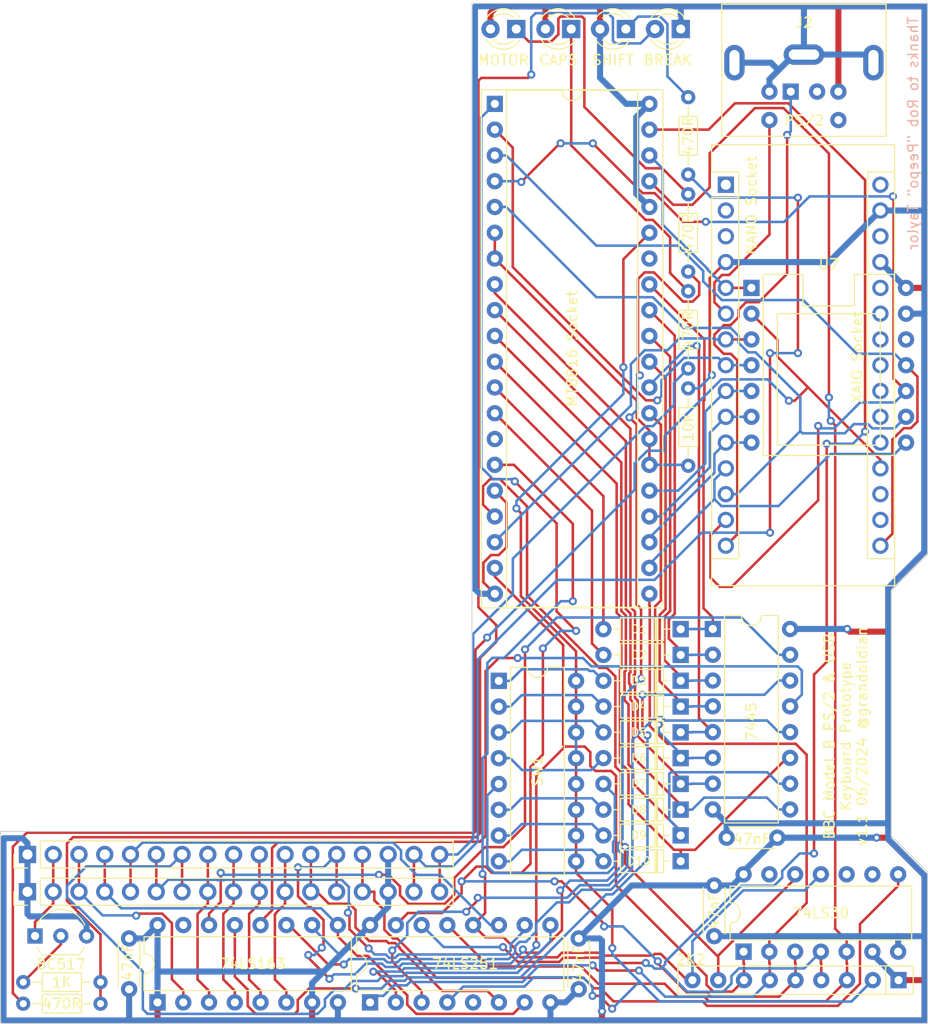
<source format=kicad_pcb>
(kicad_pcb (version 20240108) (generator "pcbnew") (generator_version "8.0")
  (layers (0 "F.Cu" signal) (31 "B.Cu" signal) (34 "B.Paste" user) (35 "F.Paste" user) (36 "B.SilkS" user "B.Silkscreen") (37 "F.SilkS" user "F.Silkscreen") (38 "B.Mask" user) (39 "F.Mask" user) (44 "Edge.Cuts" user))
  (net 0 "")
  (net 1 "+5V")
  (net 2 "Net-(D15-A)")
  (net 3 "X0")
  (net 4 "X10")
  (net 5 "X1")
  (net 6 "X11")
  (net 7 "X2")
  (net 8 "Net-(D3-A)")
  (net 9 "X3")
  (net 10 "Net-(D4-A)")
  (net 11 "X4")
  (net 12 "Net-(D5-A)")
  (net 13 "X5")
  (net 14 "Net-(D6-A)")
  (net 15 "X6")
  (net 16 "Net-(D7-A)")
  (net 17 "X7")
  (net 18 "Net-(D8-A)")
  (net 19 "X8")
  (net 20 "Net-(D9-A)")
  (net 21 "X9")
  (net 22 "Net-(D10-A)")
  (net 23 "Net-(Q2-B)")
  (net 24 "!RST")
  (net 25 "1MHZ")
  (net 26 "KB !EN")
  (net 27 "PA4")
  (net 28 "PA5")
  (net 29 "PA6")
  (net 30 "PA0")
  (net 31 "PA1")
  (net 32 "PA2")
  (net 33 "PA3")
  (net 34 "PA7")
  (net 35 "LED3")
  (net 36 "CA2")
  (net 37 "LED1")
  (net 38 "LED2")
  (net 39 "PS2-DATA")
  (net 41 "GND")
  (net 42 "PS2-CLK")
  (net 46 "FLOAT")
  (net 47 "BREAK")
  (net 48 "D0")
  (net 49 "D6")
  (net 50 "D5")
  (net 51 "D4")
  (net 52 "D3")
  (net 53 "D2")
  (net 54 "D1")
  (net 55 "D7")
  (net 56 "QD")
  (net 57 "QC")
  (net 58 "QB")
  (net 59 "QA")
  (net 62 "AY2")
  (net 63 "AX1")
  (net 64 "RESET")
  (net 65 "AX2")
  (net 66 "AX3")
  (net 67 "AY0")
  (net 68 "AX0")
  (net 69 "AY1")
  (net 72 "STROBE")
  (net 73 "DATA")
  (net 87 "Net-(D12-K)")
  (net 88 "Net-(D13-K)")
  (net 89 "Net-(D14-K)")
  (footprint "Arduino:Arduino_Nano_WithMountingHoles" (layer "F.Cu") (at 144.31 46.2)
    (property "Reference" "U6" (hide yes))
    (property "Value" "NANO Socket")
  )
  (footprint "Arduino:Connector_Mini-DIN_Female_6Pin_2rows" (layer "F.Cu") (at 150.709 37.027 180)
    (property "Reference" "J2")
    (property "Value" "PS/2")
  )
  (footprint "Resistor_THT:R_Axial_DIN0204_L3.6mm_D1.6mm_P7.62mm_Horizontal" (layer "F.Cu") (at 140.6 47.135 -90)
    (property "Reference" "R3" (hide yes))
    (property "Value" "470R")
  )
  (footprint "LED_THT:LED_D3.0mm" (layer "F.Cu") (at 123.65 30.861 180)
    (property "Reference" "D14" (hide yes))
    (property "Value" "MOTOR")
  )
  (footprint "Diode_THT:D_DO-35_SOD27_P7.62mm_Horizontal" (layer "F.Cu") (at 139.86 102.68 180)
    (property "Reference" "D6" (hide yes))
    (property "Value" "1N4148" (hide yes))
  )
  (footprint "Resistor_THT:R_Axial_DIN0204_L3.6mm_D1.6mm_P7.62mm_Horizontal" (layer "F.Cu") (at 82.66 126.875 180)
    (property "Reference" "R6" (hide yes))
    (property "Value" "470R")
  )
  (footprint "Resistor_THT:R_Axial_DIN0204_L3.6mm_D1.6mm_P7.62mm_Horizontal" (layer "F.Cu") (at 75.04 124.75)
    (property "Reference" "R7" (hide yes))
    (property "Value" "1K")
  )
  (footprint "Diode_THT:D_DO-35_SOD27_P7.62mm_Horizontal" (layer "F.Cu") (at 139.86 112.84 180)
    (property "Reference" "D10" (hide yes))
    (property "Value" "1N4148" (hide yes))
  )
  (footprint "Diode_THT:D_DO-35_SOD27_P7.62mm_Horizontal" (layer "F.Cu") (at 139.86 95.06 180)
    (property "Reference" "D3" (hide yes))
    (property "Value" "1N4148" (hide yes))
  )
  (footprint "Capacitor_THT:C_Disc_D4.3mm_W1.9mm_P5.00mm" (layer "F.Cu") (at 149.387 110.52 180)
    (property "Reference" "C4" (hide yes))
    (property "Value" "47nF")
  )
  (footprint "Connector_PinHeader_2.54mm:PinHeader_1x17_P2.54mm_Vertical" (layer "F.Cu") (at 75.458 115.847 90)
    (property "Reference" "J1" (hide yes))
    (property "Value" "PL1" (hide yes))
  )
  (footprint "Diode_THT:D_DO-35_SOD27_P7.62mm_Horizontal" (layer "F.Cu") (at 139.86 105.22 180)
    (property "Reference" "D7" (hide yes))
    (property "Value" "1N4148" (hide yes))
  )
  (footprint "Capacitor_THT:C_Disc_D4.3mm_W1.9mm_P5.00mm" (layer "F.Cu") (at 85.48 120.447 -90)
    (property "Reference" "C1" (hide yes))
    (property "Value" "47nF")
  )
  (footprint "Arduino:XAIO 14PIN" (layer "F.Cu") (at 146.835 56.36)
    (property "Reference" "U7")
    (property "Value" "XAIO Socket")
  )
  (footprint "Resistor_THT:R_Axial_DIN0204_L3.6mm_D1.6mm_P7.62mm_Horizontal" (layer "F.Cu") (at 140.6 73.88 90)
    (property "Reference" "R4" (hide yes))
    (property "Value" "10K")
  )
  (footprint "Capacitor_THT:C_Disc_D4.3mm_W1.9mm_P5.00mm" (layer "F.Cu") (at 143.16 115.225 -90)
    (property "Reference" "C3" (hide yes))
    (property "Value" "47nF")
  )
  (footprint "Package_DIP:DIP-40_W15.24mm_Socket" (layer "F.Cu") (at 121.534 38.232)
    (property "Reference" "U5" (hide yes))
    (property "Value" "MT8816 Socket")
  )
  (footprint "Package_TO_SOT_THT:TO-92_Inline_Wide" (layer "F.Cu") (at 76.205 120.2)
    (property "Reference" "Q2" (hide yes))
    (property "Value" "BC517")
  )
  (footprint "LED_THT:LED_D3.0mm" (layer "F.Cu") (at 129.068 30.861 180)
    (property "Reference" "D13" (hide yes))
    (property "Value" "CAPS")
  )
  (footprint "Resistor_THT:R_Axial_DIN0204_L3.6mm_D1.6mm_P7.62mm_Horizontal" (layer "F.Cu") (at 140.6 56.685 -90)
    (property "Reference" "R2" (hide yes))
    (property "Value" "470R")
  )
  (footprint "Diode_THT:D_DO-35_SOD27_P7.62mm_Horizontal" (layer "F.Cu") (at 139.86 89.98 180)
    (property "Reference" "D1" (hide yes))
    (property "Value" "1N4148" (hide yes))
  )
  (footprint "LED_THT:LED_D3.0mm" (layer "F.Cu") (at 139.865 30.861 180)
    (property "Reference" "D15" (hide yes))
    (property "Value" "BREAK")
  )
  (footprint "Package_DIP:DIP-16_W7.62mm" (layer "F.Cu") (at 143.025 89.96)
    (property "Reference" "U3" (hide yes))
    (property "Value" "7445")
  )
  (footprint "Diode_THT:D_DO-35_SOD27_P7.62mm_Horizontal" (layer "F.Cu") (at 139.86 97.6 180)
    (property "Reference" "D4" (hide yes))
    (property "Value" "1N4148" (hide yes))
  )
  (footprint "Capacitor_THT:C_Disc_D4.3mm_W1.9mm_P5.00mm" (layer "F.Cu") (at 129.805 120.447 -90)
    (property "Reference" "C2" (hide yes))
    (property "Value" "47nF")
  )
  (footprint "Package_DIP:DIP-16_W7.62mm" (layer "F.Cu") (at 121.925 95.07)
    (property "Reference" "SW1" (hide yes))
    (property "Value" "SW_DIP_x08" (hide yes))
  )
  (footprint "Resistor_THT:R_Axial_DIN0204_L3.6mm_D1.6mm_P7.62mm_Horizontal" (layer "F.Cu") (at 140.6 37.575 -90)
    (property "Reference" "R1" (hide yes))
    (property "Value" "470R")
  )
  (footprint "Resistor_THT:R_Array_SIP9" (layer "F.Cu") (at 161.34 124.555 180)
    (property "Reference" "RN1" (hide yes))
    (property "Value" "2K2")
  )
  (footprint "Package_DIP:DIP-16_W7.62mm" (layer "F.Cu") (at 88.281 126.747 90)
    (property "Reference" "U1" (hide yes))
    (property "Value" "74LS163")
  )
  (footprint "Diode_THT:D_DO-35_SOD27_P7.62mm_Horizontal" (layer "F.Cu") (at 139.86 92.52 180)
    (property "Reference" "D2" (hide yes))
    (property "Value" "1N4148" (hide yes))
  )
  (footprint "Connector_PinHeader_2.54mm:PinHeader_1x17_P2.54mm_Vertical" (layer "F.Cu") (at 75.46 112.175 90)
    (property "Reference" "J3" (hide yes))
    (property "Value" "PL1")
  )
  (footprint "Package_DIP:DIP-14_W7.62mm" (layer "F.Cu") (at 146.06 121.75 90)
    (property "Reference" "U4" (hide yes))
    (property "Value" "74LS30")
  )
  (footprint "Diode_THT:D_DO-35_SOD27_P7.62mm_Horizontal" (layer "F.Cu") (at 139.86 107.76 180)
    (property "Reference" "D8" (hide yes))
    (property "Value" "1N4148" (hide yes))
  )
  (footprint "Package_DIP:DIP-16_W7.62mm" (layer "F.Cu") (at 109.236 126.747 90)
    (property "Reference" "U2" (hide yes))
    (property "Value" "74LS251")
  )
  (footprint "Diode_THT:D_DO-35_SOD27_P7.62mm_Horizontal" (layer "F.Cu") (at 139.86 100.14 180)
    (property "Reference" "D5" (hide yes))
    (property "Value" "1N4148" (hide yes))
  )
  (footprint "LED_THT:LED_D3.0mm" (layer "F.Cu") (at 134.45 30.861 180)
    (property "Reference" "D12" (hide yes))
    (property "Value" "SHIFT")
  )
  (footprint "Diode_THT:D_DO-35_SOD27_P7.62mm_Horizontal" (layer "F.Cu") (at 139.86 110.3 180)
    (property "Reference" "D9" (hide yes))
    (property "Value" "1N4148" (hide yes))
  )
  (gr_line (start 119.275 28.325) (end 164.2 28.325) (stroke (width 0.1)) (layer "Edge.Cuts"))
  (gr_line (start 160.625 108.8) (end 160.625 110.35) (stroke (width 0.1)) (layer "Edge.Cuts"))
  (gr_line (start 164.2 82.6) (end 164.2 81.9) (stroke (width 0.1)) (layer "Edge.Cuts"))
  (gr_line (start 160.625 86.175) (end 164.2 82.6) (stroke (width 0.1)) (layer "Edge.Cuts"))
  (gr_line (start 119.275 109.9) (end 119.275 28.325) (stroke (width 0.1)) (layer "Edge.Cuts"))
  (gr_line (start 164.2 128.825) (end 72.8 128.825) (stroke (width 0.1)) (layer "Edge.Cuts"))
  (gr_line (start 72.8 109.9) (end 119.275 109.9) (stroke (width 0.1)) (layer "Edge.Cuts"))
  (gr_line (start 160.625 108.8) (end 160.625 86.175) (stroke (width 0.1)) (layer "Edge.Cuts"))
  (gr_line (start 164.2 113.925) (end 164.2 128.825) (stroke (width 0.1)) (layer "Edge.Cuts"))
  (gr_line (start 72.8 128.825) (end 72.8 109.9) (stroke (width 0.1)) (layer "Edge.Cuts"))
  (gr_line (start 164.2 28.325) (end 164.2 81.9) (stroke (width 0.1)) (layer "Edge.Cuts"))
  (gr_line (start 160.625 110.35) (end 164.2 113.925) (stroke (width 0.1)) (layer "Edge.Cuts"))
  (gr_text "Thanks to Rob {dblquote}Peepo{dblquote} Taylor" (at 162.775 41.125 90) (layer "B.SilkS") (effects (font (size 1 1)) (justify mirror)))
  (gr_text "BBC Model B PS/2 & USB\nKeyboard Prototype\nv1.1 06/2024 @grandoldian" (at 156.125 100.525 90) (layer "F.SilkS") (effects (font (size 1 1))))
  (segment (start 103.5 128.525) (end 132.05 128.525) (width 0.6) (layer "F.Cu") (net 1))
  (segment (start 163.9 128.525) (end 163.9 124.625) (width 0.6) (layer "F.Cu") (net 1))
  (segment (start 163.9 56.475) (end 163.9 28.625) (width 0.6) (layer "F.Cu") (net 1))
  (segment (start 126.528 30.861) (end 126.528 28.647) (width 0.6) (layer "F.Cu") (net 1))
  (segment (start 126.55 28.625) (end 121.75 28.625) (width 0.6) (layer "F.Cu") (net 1))
  (segment (start 163.83 124.555) (end 163.9 124.625) (width 0.6) (layer "F.Cu") (net 1))
  (segment (start 160.279264 110.52) (end 160.325 110.474264) (width 0.6) (layer "F.Cu") (net 1))
  (segment (start 121.11 29.265) (end 121.11 30.861) (width 0.6) (layer "F.Cu") (net 1))
  (segment (start 161.34 124.555) (end 163.83 124.555) (width 0.6) (layer "F.Cu") (net 1))
  (segment (start 163.9 28.625) (end 155.45 28.625) (width 0.6) (layer "F.Cu") (net 1))
  (segment (start 163.785 56.36) (end 163.9 56.475) (width 0.6) (layer "F.Cu") (net 1))
  (segment (start 159.175 110.52) (end 160.279264 110.52) (width 0.6) (layer "F.Cu") (net 1))
  (segment (start 160.325 110.474264) (end 160.325 85.925) (width 0.6) (layer "F.Cu") (net 1))
  (segment (start 163.9 82.35) (end 163.9 46.9) (width 0.6) (layer "F.Cu") (net 1))
  (segment (start 88.281 126.747) (end 88.281 128.481) (width 0.6) (layer "F.Cu") (net 1))
  (segment (start 131.91 30.861) (end 131.91 28.685) (width 0.6) (layer "F.Cu") (net 1))
  (segment (start 160.325 85.925) (end 163.9 82.35) (width 0.6) (layer "F.Cu") (net 1))
  (segment (start 132.1 128.475) (end 132.05 128.525) (width 0.6) (layer "F.Cu") (net 1))
  (segment (start 160.325 110.675) (end 160.325 110.474264) (width 0.6) (layer "F.Cu") (net 1))
  (segment (start 88.325 128.525) (end 103.5 128.525) (width 0.6) (layer "F.Cu") (net 1))
  (segment (start 126.528 28.647) (end 126.55 28.625) (width 0.6) (layer "F.Cu") (net 1))
  (segment (start 155.409 28.666) (end 155.45 28.625) (width 0.6) (layer "F.Cu") (net 1))
  (segment (start 156.275 89.96) (end 156.54 90.225) (width 0.6) (layer "F.Cu") (net 1))
  (segment (start 155.409 37.027) (end 155.409 28.666) (width 0.6) (layer "F.Cu") (net 1))
  (segment (start 155.45 28.625) (end 131.85 28.625) (width 0.6) (layer "F.Cu") (net 1))
  (segment (start 103.521 126.747) (end 103.521 128.504) (width 0.6) (layer "F.Cu") (net 1))
  (segment (start 131.85 28.625) (end 126.55 28.625) (width 0.6) (layer "F.Cu") (net 1))
  (segment (start 131.91 28.685) (end 131.85 28.625) (width 0.6) (layer "F.Cu") (net 1))
  (segment (start 88.281 128.481) (end 88.325 128.525) (width 0.6) (layer "F.Cu") (net 1))
  (segment (start 156.54 90.225) (end 160.325 90.225) (width 0.6) (layer "F.Cu") (net 1))
  (segment (start 103.521 128.504) (end 103.5 128.525) (width 0.6) (layer "F.Cu") (net 1))
  (segment (start 163.9 124.625) (end 163.9 114.25) (width 0.6) (layer "F.Cu") (net 1))
  (segment (start 163.9 114.25) (end 160.325 110.675) (width 0.6) (layer "F.Cu") (net 1))
  (segment (start 121.75 28.625) (end 121.11 29.265) (width 0.6) (layer "F.Cu") (net 1))
  (segment (start 162.075 56.36) (end 163.785 56.36) (width 0.6) (layer "F.Cu") (net 1))
  (segment (start 132.05 128.525) (end 163.9 128.525) (width 0.6) (layer "F.Cu") (net 1))
  (segment (start 132.1 127.625) (end 132.1 128.475) (width 0.6) (layer "F.Cu") (net 1))
  (via (at 156.275 89.96) (size 0.8) (drill 0.4) (layers "F.Cu" "B.Cu") (net 1))
  (via (at 132.1 127.625) (size 0.8) (drill 0.4) (layers "F.Cu" "B.Cu") (net 1))
  (via (at 159.175 110.52) (size 0.8) (drill 0.4) (layers "F.Cu" "B.Cu") (net 1))
  (segment (start 111.02 115.845) (end 111.018 115.847) (width 0.6) (layer "B.Cu") (net 1))
  (segment (start 103.521 119.3639) (end 103.521 119.127) (width 0.25) (layer "B.Cu") (net 1))
  (segment (start 106.0866 122.2764) (end 106.0866 121.9295) (width 0.25) (layer "B.Cu") (net 1))
  (segment (start 86.961 120.447) (end 88.281 119.127) (width 0.6) (layer "B.Cu") (net 1))
  (segment (start 106.0866 122.2764) (end 104.6565 123.7065) (width 0.6) (layer "B.Cu") (net 1))
  (segment (start 156.275 89.96) (end 150.645 89.96) (width 0.6) (layer "B.Cu") (net 1))
  (segment (start 88.281 122.675) (end 88.281 123.9) (width 0.6) (layer "B.Cu") (net 1))
  (segment (start 135.474 39.532) (end 135.474 47.092) (width 0.6) (layer "B.Cu") (net 1))
  (segment (start 111.018 115.847) (end 111.018 117.345) (width 0.6) (layer "B.Cu") (net 1))
  (segment (start 159.175 110.52) (end 149.387 110.52) (width 0.6) (layer "B.Cu") (net 1))
  (segment (start 88.281 119.127) (end 88.281 122.675) (width 0.6) (layer "B.Cu") (net 1))
  (segment (start 88.4745 123.7065) (end 104.6565 123.7065) (width 0.6) (layer "B.Cu") (net 1))
  (segment (start 131.91 35.66) (end 131.91 30.861) (width 0.6) (layer "B.Cu") (net 1))
  (segment (start 135.027 115.225) (end 129.805 120.447) (width 0.6) (layer "B.Cu") (net 1))
  (segment (start 146.06 114.13) (end 146.06 113.847) (width 0.6) (layer "B.Cu") (net 1))
  (segment (start 136.774 38.232) (end 135.474 39.532) (width 0.6) (layer "B.Cu") (net 1))
  (segment (start 109.236 119.127) (end 106.0866 122.2764) (width 0.6) (layer "B.Cu") (net 1))
  (segment (start 106.0866 121.9295) (end 103.521 119.3639) (width 0.25) (layer "B.Cu") (net 1))
  (segment (start 129.805 120.447) (end 131.872 120.447) (width 0.6) (layer "B.Cu") (net 1))
  (segment (start 111.018 117.345) (end 109.236 119.127) (width 0.6) (layer "B.Cu") (net 1))
  (segment (start 132.1 120.675) (end 132.1 127.625) (width 0.6) (layer "B.Cu") (net 1))
  (segment (start 143.16 115.225) (end 135.027 115.225) (width 0.6) (layer "B.Cu") (net 1))
  (segment (start 144.965 115.225) (end 146.06 114.13) (width 0.6) (layer "B.Cu") (net 1))
  (segment (start 88.281 123.9) (end 88.4745 123.7065) (width 0.6) (layer "B.Cu") (net 1))
  (segment (start 158.76 121.75) (end 158.76 121.975) (width 0.6) (layer "B.Cu") (net 1))
  (segment (start 88.281 122.675) (end 88.281 126.747) (width 0.6) (layer "B.Cu") (net 1))
  (segment (start 103.521 124.842) (end 103.521 126.747) (width 0.6) (layer "B.Cu") (net 1))
  (segment (start 146.06 113.847) (end 149.387 110.52) (width 0.6) (layer "B.Cu") (net 1))
  (segment (start 143.16 115.225) (end 144.965 115.225) (width 0.6) (layer "B.Cu") (net 1))
  (segment (start 111.02 112.175) (end 111.02 115.845) (width 0.6) (layer "B.Cu") (net 1))
  (segment (start 85.48 120.447) (end 86.961 120.447) (width 0.6) (layer "B.Cu") (net 1))
  (segment (start 159.55 53.82) (end 159.55 53.835) (width 0.6) (layer "B.Cu") (net 1))
  (segment (start 158.76 121.975) (end 161.34 124.555) (width 0.6) (layer "B.Cu") (net 1))
  (segment (start 134.482 38.232) (end 131.91 35.66) (width 0.6) (layer "B.Cu") (net 1))
  (segment (start 136.774 38.232) (end 134.482 38.232) (width 0.6) (layer "B.Cu") (net 1))
  (segment (start 104.6565 123.7065) (end 103.521 124.842) (width 0.6) (layer "B.Cu") (net 1))
  (segment (start 135.474 47.092) (end 136.774 48.392) (width 0.6) (layer "B.Cu") (net 1))
  (segment (start 131.872 120.447) (end 132.1 120.675) (width 0.6) (layer "B.Cu") (net 1))
  (segment (start 159.55 53.835) (end 162.075 56.36) (width 0.6) (layer "B.Cu") (net 1))
  (segment (start 82.66 124.75) (end 82.66 120.05472) (width 0.25) (layer "F.Cu") (net 2))
  (segment (start 120.075 92.825) (end 121.675 91.225) (width 0.25) (layer "F.Cu") (net 2))
  (segment (start 82.66 120.05472) (end 79.35 116.74472) (width 0.25) (layer "F.Cu") (net 2))
  (segment (start 121.675 89.575) (end 119.9172 87.8172) (width 0.25) (layer "F.Cu") (net 2))
  (segment (start 120.075 110.086396) (end 120.075 92.825) (width 0.25) (layer "F.Cu") (net 2))
  (segment (start 79.95 110.475) (end 119.686396 110.475) (width 0.25) (layer "F.Cu") (net 2))
  (segment (start 121.675 91.225) (end 121.675 89.575) (width 0.25) (layer "F.Cu") (net 2))
  (segment (start 124.8 35.675) (end 125.125 35.35) (width 0.25) (layer "F.Cu") (net 2))
  (segment (start 79.35 116.74472) (end 79.35 111.075) (width 0.25) (layer "F.Cu") (net 2))
  (segment (start 119.686396 110.475) (end 120.075 110.086396) (width 0.25) (layer "F.Cu") (net 2))
  (segment (start 82.66 126.875) (end 82.66 124.75) (width 0.25) (layer "F.Cu") (net 2))
  (segment (start 79.35 111.075) (end 79.95 110.475) (width 0.25) (layer "F.Cu") (net 2))
  (segment (start 119.9172 35.9578) (end 120.2 35.675) (width 0.25) (layer "F.Cu") (net 2))
  (segment (start 120.2 35.675) (end 124.8 35.675) (width 0.25) (layer "F.Cu") (net 2))
  (segment (start 119.9172 87.8172) (end 119.9172 35.9578) (width 0.25) (layer "F.Cu") (net 2))
  (via (at 125.125 35.35) (size 0.8) (drill 0.4) (layers "F.Cu" "B.Cu") (net 2))
  (segment (start 132.7 29.3) (end 133.175 29.775) (width 0.25) (layer "B.Cu") (net 2))
  (segment (start 133.414 32.275) (end 135.911 32.275) (width 0.25) (layer "B.Cu") (net 2))
  (segment (start 125.55 29.3) (end 132.7 29.3) (width 0.25) (layer "B.Cu") (net 2))
  (segment (start 125.125 29.725) (end 125.55 29.3) (width 0.25) (layer "B.Cu") (net 2))
  (segment (start 133.175 29.775) (end 133.175 32.036) (width 0.25) (layer "B.Cu") (net 2))
  (segment (start 133.175 32.036) (end 133.414 32.275) (width 0.25) (layer "B.Cu") (net 2))
  (segment (start 125.125 35.35) (end 125.125 29.725) (width 0.25) (layer "B.Cu") (net 2))
  (segment (start 135.911 32.275) (end 137.325 30.861) (width 0.25) (layer "B.Cu") (net 2))
  (segment (start 142.1092 87.9175) (end 143.025 88.8333) (width 0.25) (layer "F.Cu") (net 3))
  (segment (start 136.774 56.024) (end 142.1955 61.4455) (width 0.25) (layer "F.Cu") (net 3))
  (segment (start 142.1092 67.5129) (end 142.1092 87.9175) (width 0.25) (layer "F.Cu") (net 3))
  (segment (start 142.1955 61.4455) (end 142.1955 67.4266) (width 0.25) (layer "F.Cu") (net 3))
  (segment (start 142.1955 67.4266) (end 142.1092 67.5129) (width 0.25) (layer "F.Cu") (net 3))
  (segment (start 143.025 88.8333) (end 143.025 89.96) (width 0.25) (layer "F.Cu") (net 3))
  (segment (start 136.774 56.012) (end 136.774 56.024) (width 0.25) (layer "F.Cu") (net 3))
  (segment (start 143.025 89.96) (end 141.0067 89.96) (width 0.25) (layer "B.Cu") (net 3))
  (segment (start 139.86 89.98) (end 140.9867 89.98) (width 0.25) (layer "B.Cu") (net 3))
  (segment (start 141.0067 89.96) (end 140.9867 89.98) (width 0.25) (layer "B.Cu") (net 3))
  (segment (start 132.24 89.98) (end 132.24 76.878) (width 0.25) (layer "F.Cu") (net 4))
  (segment (start 132.24 76.878) (end 121.534 66.172) (width 0.25) (layer "F.Cu") (net 4))
  (segment (start 138.6927 89.0444) (end 139.2729 88.4642) (width 0.25) (layer "F.Cu") (net 5))
  (segment (start 139.86 92.52) (end 139.86 92.0767) (width 0.25) (layer "F.Cu") (net 5))
  (segment (start 138.6927 90.9094) (end 138.6927 89.0444) (width 0.25) (layer "F.Cu") (net 5))
  (segment (start 139.2729 61.0509) (end 136.774 58.552) (width 0.25) (layer "F.Cu") (net 5))
  (segment (start 139.2729 88.4642) (end 139.2729 61.0509) (width 0.25) (layer "F.Cu") (net 5))
  (segment (start 139.86 92.0767) (end 138.6927 90.9094) (width 0.25) (layer "F.Cu") (net 5))
  (segment (start 139.86 92.52) (end 140.9867 92.52) (width 0.25) (layer "B.Cu") (net 5))
  (segment (start 141.0067 92.5) (end 140.9867 92.52) (width 0.25) (layer "B.Cu") (net 5))
  (segment (start 143.025 92.5) (end 141.0067 92.5) (width 0.25) (layer "B.Cu") (net 5))
  (segment (start 131.1122 78.2902) (end 121.534 68.712) (width 0.25) (layer "F.Cu") (net 6))
  (segment (start 132.24 92.52) (end 131.1122 91.3922) (width 0.25) (layer "F.Cu") (net 6))
  (segment (start 131.1122 91.3922) (end 131.1122 78.2902) (width 0.25) (layer "F.Cu") (net 6))
  (segment (start 138.241 88.7643) (end 138.8212 88.1841) (width 0.25) (layer "F.Cu") (net 7))
  (segment (start 138.8212 63.1392) (end 136.774 61.092) (width 0.25) (layer "F.Cu") (net 7))
  (segment (start 139.86 94.6375) (end 138.241 93.0185) (width 0.25) (layer "F.Cu") (net 7))
  (segment (start 139.86 95.06) (end 139.86 94.6375) (width 0.25) (layer "F.Cu") (net 7))
  (segment (start 138.241 93.0185) (end 138.241 88.7643) (width 0.25) (layer "F.Cu") (net 7))
  (segment (start 138.8212 88.1841) (end 138.8212 63.1392) (width 0.25) (layer "F.Cu") (net 7))
  (segment (start 143.025 95.04) (end 141.0067 95.04) (width 0.25) (layer "B.Cu") (net 7))
  (segment (start 141.0067 95.04) (end 140.9867 95.06) (width 0.25) (layer "B.Cu") (net 7))
  (segment (start 139.86 95.06) (end 140.9867 95.06) (width 0.25) (layer "B.Cu") (net 7))
  (segment (start 123.0517 95.07) (end 124.1884 93.9333) (width 0.25) (layer "B.Cu") (net 8))
  (segment (start 130.696904 93.9333) (end 130.858604 94.095) (width 0.25) (layer "B.Cu") (net 8))
  (segment (start 124.1884 93.9333) (end 130.696904 93.9333) (width 0.25) (layer "B.Cu") (net 8))
  (segment (start 130.858604 94.095) (end 131.275 94.095) (width 0.25) (layer "B.Cu") (net 8))
  (segment (start 121.925 95.07) (end 123.0517 95.07) (width 0.25) (layer "B.Cu") (net 8))
  (segment (start 131.275 94.095) (end 132.24 95.06) (width 0.25) (layer "B.Cu") (net 8))
  (segment (start 139.86 97.6) (end 139.86 97.1775) (width 0.25) (layer "F.Cu") (net 9))
  (segment (start 138.3695 87.9969) (end 138.3695 65.2275) (width 0.25) (layer "F.Cu") (net 9))
  (segment (start 137.7893 95.1068) (end 137.7893 88.5771) (width 0.25) (layer "F.Cu") (net 9))
  (segment (start 138.3695 65.2275) (end 136.774 63.632) (width 0.25) (layer "F.Cu") (net 9))
  (segment (start 139.86 97.1775) (end 137.7893 95.1068) (width 0.25) (layer "F.Cu") (net 9))
  (segment (start 137.7893 88.5771) (end 138.3695 87.9969) (width 0.25) (layer "F.Cu") (net 9))
  (segment (start 143.025 97.58) (end 141.0067 97.58) (width 0.25) (layer "B.Cu") (net 9))
  (segment (start 141.0067 97.58) (end 140.9867 97.6) (width 0.25) (layer "B.Cu") (net 9))
  (segment (start 139.86 97.6) (end 140.9867 97.6) (width 0.25) (layer "B.Cu") (net 9))
  (segment (start 131.1133 96.4733) (end 132.24 97.6) (width 0.25) (layer "B.Cu") (net 10))
  (segment (start 124.1884 96.4733) (end 131.1133 96.4733) (width 0.25) (layer "B.Cu") (net 10))
  (segment (start 123.0517 97.61) (end 124.1884 96.4733) (width 0.25) (layer "B.Cu") (net 10))
  (segment (start 121.925 97.61) (end 123.0517 97.61) (width 0.25) (layer "B.Cu") (net 10))
  (segment (start 141.6575 98.7525) (end 141.6575 62.2924) (width 0.25) (layer "F.Cu") (net 11))
  (segment (start 141.6575 62.2924) (end 141.4427 62.0776) (width 0.25) (layer "F.Cu") (net 11))
  (segment (start 143.025 100.12) (end 141.6575 98.7525) (width 0.25) (layer "F.Cu") (net 11))
  (via (at 141.4427 62.0776) (size 0.8) (drill 0.4) (layers "F.Cu" "B.Cu") (net 11))
  (segment (start 140.65 62.0776) (end 141.4427 62.0776) (width 0.25) (layer "B.Cu") (net 11))
  (segment (start 136.774 65.9536) (end 140.65 62.0776) (width 0.25) (layer "B.Cu") (net 11))
  (segment (start 143.025 100.12) (end 141.0067 100.12) (width 0.25) (layer "B.Cu") (net 11))
  (segment (start 136.774 66.172) (end 136.774 65.9536) (width 0.25) (layer "B.Cu") (net 11))
  (segment (start 139.86 100.14) (end 140.9867 100.14) (width 0.25) (layer "B.Cu") (net 11))
  (segment (start 141.0067 100.12) (end 140.9867 100.14) (width 0.25) (layer "B.Cu") (net 11))
  (segment (start 121.925 100.15) (end 123.0517 100.15) (width 0.25) (layer "B.Cu") (net 12))
  (segment (start 124.1884 99.0133) (end 131.1133 99.0133) (width 0.25) (layer "B.Cu") (net 12))
  (segment (start 123.0517 100.15) (end 124.1884 99.0133) (width 0.25) (layer "B.Cu") (net 12))
  (segment (start 131.1133 99.0133) (end 132.24 100.14) (width 0.25) (layer "B.Cu") (net 12))
  (segment (start 137.3376 99.0167) (end 137.6966 99.3757) (width 0.25) (layer "F.Cu") (net 13))
  (segment (start 136.774 68.712) (end 137.9007 69.8387) (width 0.25) (layer "F.Cu") (net 13))
  (segment (start 137.3376 87.7301) (end 137.3376 99.0167) (width 0.25) (layer "F.Cu") (net 13))
  (segment (start 137.9007 87.167) (end 137.3376 87.7301) (width 0.25) (layer "F.Cu") (net 13))
  (segment (start 137.9007 69.8387) (end 137.9007 87.167) (width 0.25) (layer "F.Cu") (net 13))
  (via (at 137.6966 99.3757) (size 0.8) (drill 0.4) (layers "F.Cu" "B.Cu") (net 13))
  (segment (start 141.0067 102.66) (end 140.9867 102.68) (width 0.25) (layer "B.Cu") (net 13))
  (segment (start 140.4234 102.68) (end 139.86 102.68) (width 0.25) (layer "B.Cu") (net 13))
  (segment (start 137.6966 100.0937) (end 137.6966 99.3757) (width 0.25) (layer "B.Cu") (net 13))
  (segment (start 139.86 102.2571) (end 137.6966 100.0937) (width 0.25) (layer "B.Cu") (net 13))
  (segment (start 140.4234 102.68) (end 140.9867 102.68) (width 0.25) (layer "B.Cu") (net 13))
  (segment (start 143.025 102.66) (end 141.0067 102.66) (width 0.25) (layer "B.Cu") (net 13))
  (segment (start 139.86 102.68) (end 139.86 102.2571) (width 0.25) (layer "B.Cu") (net 13))
  (segment (start 131.0527 103.8673) (end 132.24 102.68) (width 0.25) (layer "B.Cu") (net 14))
  (segment (start 124.229 103.8673) (end 131.0527 103.8673) (width 0.25) (layer "B.Cu") (net 14))
  (segment (start 121.925 102.69) (end 123.0517 102.69) (width 0.25) (layer "B.Cu") (net 14))
  (segment (start 123.0517 102.69) (end 124.229 103.8673) (width 0.25) (layer "B.Cu") (net 14))
  (segment (start 121.534 56.870205) (end 134.9 70.236205) (width 0.25) (layer "F.Cu") (net 15))
  (segment (start 135.3562 94.4201) (end 135.2255 94.5508) (width 0.25) (layer "F.Cu") (net 15))
  (segment (start 135.3562 96.742) (end 135.6175 97.0033) (width 0.25) (layer "F.Cu") (net 15))
  (segment (start 135.6175 97.0033) (end 135.6175 100.5133) (width 0.25) (layer "F.Cu") (net 15))
  (segment (start 134.9 70.236205) (end 134.9 71.2) (width 0.25) (layer "F.Cu") (net 15))
  (segment (start 135.3562 88.2578) (end 135.3562 94.4201) (width 0.25) (layer "F.Cu") (net 15))
  (segment (start 139.86 104.7558) (end 139.86 105.22) (width 0.25) (layer "F.Cu") (net 15))
  (segment (start 135.2255 95.1526) (end 135.3562 95.2833) (width 0.25) (layer "F.Cu") (net 15))
  (segment (start 135.6175 100.5133) (end 139.86 104.7558) (width 0.25) (layer "F.Cu") (net 15))
  (segment (start 121.534 56.012) (end 121.534 56.870205) (width 0.25) (layer "F.Cu") (net 15))
  (segment (start 134.9045 87.8061) (end 135.3562 88.2578) (width 0.25) (layer "F.Cu") (net 15))
  (segment (start 135.3562 95.2833) (end 135.3562 96.742) (width 0.25) (layer "F.Cu") (net 15))
  (segment (start 134.9045 71.2045) (end 134.9045 87.8061) (width 0.25) (layer "F.Cu") (net 15))
  (segment (start 134.9 71.2) (end 134.9045 71.2045) (width 0.25) (layer "F.Cu") (net 15))
  (segment (start 135.2255 94.5508) (end 135.2255 95.1526) (width 0.25) (layer "F.Cu") (net 15))
  (segment (start 143.025 105.2) (end 141.0067 105.2) (width 0.25) (layer "B.Cu") (net 15))
  (segment (start 141.0067 105.2) (end 140.9867 105.22) (width 0.25) (layer "B.Cu") (net 15))
  (segment (start 139.86 105.22) (end 140.9867 105.22) (width 0.25) (layer "B.Cu") (net 15))
  (segment (start 121.452 114.0039) (end 120.79 113.3419) (width 0.25) (layer "B.Cu") (net 16))
  (segment (start 133.3667 113.308) (end 132.6708 114.0039) (width 0.25) (layer "B.Cu") (net 16))
  (segment (start 133.3667 106.3467) (end 133.3667 110.7731) (width 0.25) (layer "B.Cu") (net 16))
  (segment (start 133.3667 112.0917) (end 133.3667 113.308) (width 0.25) (layer "B.Cu") (net 16))
  (segment (start 120.79 113.3419) (end 120.79 106.365) (width 0.25) (layer "B.Cu") (net 16))
  (segment (start 132.6708 114.0039) (end 121.452 114.0039) (width 0.25) (layer "B.Cu") (net 16))
  (segment (start 133.1954 111.9204) (end 133.3667 112.0917) (width 0.25) (layer "B.Cu") (net 16))
  (segment (start 120.79 106.365) (end 121.925 105.23) (width 0.25) (layer "B.Cu") (net 16))
  (segment (start 133.3667 110.7731) (end 133.1954 110.9444) (width 0.25) (layer "B.Cu") (net 16))
  (segment (start 133.1954 110.9444) (end 133.1954 111.9204) (width 0.25) (layer "B.Cu") (net 16))
  (segment (start 132.24 105.22) (end 133.3667 106.3467) (width 0.25) (layer "B.Cu") (net 16))
  (segment (start 134.4528 71.4708) (end 134.4528 87.9932) (width 0.25) (layer "F.Cu") (net 17))
  (segment (start 134.7738 94.3637) (end 134.7738 95.3397) (width 0.25) (layer "F.Cu") (net 17))
  (segment (start 134.9045 94.233) (end 134.7738 94.3637) (width 0.25) (layer "F.Cu") (net 17))
  (segment (start 134.9045 96.9291) (end 135.1658 97.1904) (width 0.25) (layer "F.Cu") (net 17))
  (segment (start 134.4528 87.9932) (end 134.9045 88.4449) (width 0.25) (layer "F.Cu") (net 17))
  (segment (start 134.9045 95.4704) (end 134.9045 96.9291) (width 0.25) (layer "F.Cu") (net 17))
  (segment (start 135.1658 102.5879) (end 139.86 107.2821) (width 0.25) (layer "F.Cu") (net 17))
  (segment (start 134.7738 95.3397) (end 134.9045 95.4704) (width 0.25) (layer "F.Cu") (net 17))
  (segment (start 135.1658 97.1904) (end 135.1658 102.5879) (width 0.25) (layer "F.Cu") (net 17))
  (segment (start 139.86 107.2821) (end 139.86 107.76) (width 0.25) (layer "F.Cu") (net 17))
  (segment (start 121.534 58.552) (end 134.4528 71.4708) (width 0.25) (layer "F.Cu") (net 17))
  (segment (start 134.9045 88.4449) (end 134.9045 94.233) (width 0.25) (layer "F.Cu") (net 17))
  (segment (start 150.645 107.74) (end 149.5183 107.74) (width 0.25) (layer "B.Cu") (net 17))
  (segment (start 139.86 107.76) (end 140.9867 107.76) (width 0.25) (layer "B.Cu") (net 17))
  (segment (start 149.5183 107.74) (end 148.3508 106.5725) (width 0.25) (layer "B.Cu") (net 17))
  (segment (start 148.3508 106.5725) (end 142.1742 106.5725) (width 0.25) (layer "B.Cu") (net 17))
  (segment (start 142.1742 106.5725) (end 140.9867 107.76) (width 0.25) (layer "B.Cu") (net 17))
  (segment (start 124.1784 106.6433) (end 131.1233 106.6433) (width 0.25) (layer "B.Cu") (net 18))
  (segment (start 131.1233 106.6433) (end 132.24 107.76) (width 0.25) (layer "B.Cu") (net 18))
  (segment (start 121.925 107.77) (end 123.0517 107.77) (width 0.25) (layer "B.Cu") (net 18))
  (segment (start 123.0517 107.77) (end 124.1784 106.6433) (width 0.25) (layer "B.Cu") (net 18))
  (segment (start 134.7141 103.3156) (end 135.1658 103.7673) (width 0.25) (layer "F.Cu") (net 19))
  (segment (start 121.534 61.092) (end 134.0011 73.5591) (width 0.25) (layer "F.Cu") (net 19))
  (segment (start 134.0011 73.5591) (end 134.0011 88.1803) (width 0.25) (layer "F.Cu") (net 19))
  (segment (start 135.1658 103.7673) (end 135.1658 105.1833) (width 0.25) (layer "F.Cu") (net 19))
  (segment (start 134.3221 96.9855) (end 134.7141 97.3775) (width 0.25) (layer "F.Cu") (net 19))
  (segment (start 134.0011 88.1803) (end 134.4528 88.632) (width 0.25) (layer "F.Cu") (net 19))
  (segment (start 134.7141 97.3775) (end 134.7141 103.3156) (width 0.25) (layer "F.Cu") (net 19))
  (segment (start 134.3221 94.1766) (end 134.3221 96.9855) (width 0.25) (layer "F.Cu") (net 19))
  (segment (start 134.4528 94.0459) (end 134.3221 94.1766) (width 0.25) (layer "F.Cu") (net 19))
  (segment (start 135.1658 105.1833) (end 139.86 109.8775) (width 0.25) (layer "F.Cu") (net 19))
  (segment (start 139.86 109.8775) (end 139.86 110.3) (width 0.25) (layer "F.Cu") (net 19))
  (segment (start 134.4528 88.632) (end 134.4528 94.0459) (width 0.25) (layer "F.Cu") (net 19))
  (segment (start 148.3916 104.0733) (end 149.5183 105.2) (width 0.25) (layer "B.Cu") (net 19))
  (segment (start 139.86 109.8775) (end 138.7333 108.7508) (width 0.25) (layer "B.Cu") (net 19))
  (segment (start 149.5183 105.2) (end 150.645 105.2) (width 0.25) (layer "B.Cu") (net 19))
  (segment (start 138.7333 108.7508) (end 138.7333 104.2355) (width 0.25) (layer "B.Cu") (net 19))
  (segment (start 138.7333 104.2355) (end 138.8955 104.0733) (width 0.25) (layer "B.Cu") (net 19))
  (segment (start 138.8955 104.0733) (end 148.3916 104.0733) (width 0.25) (layer "B.Cu") (net 19))
  (segment (start 139.86 110.3) (end 139.86 109.8775) (width 0.25) (layer "B.Cu") (net 19))
  (segment (start 121.925 110.31) (end 123.0517 110.31) (width 0.25) (layer "B.Cu") (net 20))
  (segment (start 123.0517 110.31) (end 124.1785 109.1832) (width 0.25) (layer "B.Cu") (net 20))
  (segment (start 124.1785 109.1832) (end 131.1232 109.1832) (width 0.25) (layer "B.Cu") (net 20))
  (segment (start 131.1232 109.1832) (end 132.24 110.3) (width 0.25) (layer "B.Cu") (net 20))
  (segment (start 134.0011 93.8588) (end 133.8704 93.9895) (width 0.25) (layer "F.Cu") (net 21))
  (segment (start 121.534 63.632) (end 133.5494 75.6474) (width 0.25) (layer "F.Cu") (net 21))
  (segment (start 133.5494 88.3674) (end 134.0011 88.8191) (width 0.25) (layer "F.Cu") (net 21))
  (segment (start 141.2867 111.7133) (end 150.34 102.66) (width 0.25) (layer "F.Cu") (net 21))
  (segment (start 133.8704 93.9895) (end 133.8704 103.1107) (width 0.25) (layer "F.Cu") (net 21))
  (segment (start 134.0011 88.8191) (end 134.0011 93.8588) (width 0.25) (layer "F.Cu") (net 21))
  (segment (start 139.1997 111.7133) (end 139.86 111.7133) (width 0.25) (layer "F.Cu") (net 21))
  (segment (start 134.7141 103.9544) (end 134.7141 107.2277) (width 0.25) (layer "F.Cu") (net 21))
  (segment (start 150.34 102.66) (end 150.645 102.66) (width 0.25) (layer "F.Cu") (net 21))
  (segment (start 133.8704 103.1107) (end 134.7141 103.9544) (width 0.25) (layer "F.Cu") (net 21))
  (segment (start 134.7141 107.2277) (end 139.1997 111.7133) (width 0.25) (layer "F.Cu") (net 21))
  (segment (start 133.5494 75.6474) (end 133.5494 88.3674) (width 0.25) (layer "F.Cu") (net 21))
  (segment (start 139.86 111.7133) (end 141.2867 111.7133) (width 0.25) (layer "F.Cu") (net 21))
  (segment (start 139.86 112.84) (end 139.86 111.7133) (width 0.25) (layer "F.Cu") (net 21))
  (segment (start 131.1133 111.7133) (end 132.24 112.84) (width 0.25) (layer "B.Cu") (net 22))
  (segment (start 123.0517 112.85) (end 124.1884 111.7133) (width 0.25) (layer "B.Cu") (net 22))
  (segment (start 124.1884 111.7133) (end 131.1133 111.7133) (width 0.25) (layer "B.Cu") (net 22))
  (segment (start 121.925 112.85) (end 123.0517 112.85) (width 0.25) (layer "B.Cu") (net 22))
  (segment (start 78.745 120.2) (end 78.745 121.045) (width 0.25) (layer "F.Cu") (net 23))
  (segment (start 78.745 121.045) (end 75.04 124.75) (width 0.25) (layer "F.Cu") (net 23))
  (segment (start 77.998 116.4353) (end 78 116.4333) (width 0.25) (layer "F.Cu") (net 24))
  (segment (start 78 116.4333) (end 78 112.175) (width 0.25) (layer "F.Cu") (net 24))
  (segment (start 77.998 115.847) (end 77.998 116.4353) (width 0.25) (layer "F.Cu") (net 24))
  (segment (start 76.205 118.8167) (end 77.998 117.0237) (width 0.25) (layer "F.Cu") (net 24))
  (segment (start 77.998 116.4353) (end 77.998 117.0237) (width 0.25) (layer "F.Cu") (net 24))
  (segment (start 76.205 120.2) (end 76.205 118.8167) (width 0.25) (layer "F.Cu") (net 24))
  (segment (start 86.175 118.2004) (end 86.3734 118.002) (width 0.25) (layer "F.Cu") (net 25))
  (segment (start 89.696 118.951009) (end 89.696 124.471) (width 0.25) (layer "F.Cu") (net 25))
  (segment (start 80.54 114.6683) (end 80.54 112.175) (width 0.25) (layer "F.Cu") (net 25))
  (segment (start 89.696 124.471) (end 90.821 125.596) (width 0.25) (layer "F.Cu") (net 25))
  (segment (start 80.538 115.847) (end 80.538 114.6703) (width 0.25) (layer "F.Cu") (net 25))
  (segment (start 80.538 114.6703) (end 80.54 114.6683) (width 0.25) (layer "F.Cu") (net 25))
  (segment (start 90.821 125.596) (end 90.821 126.747) (width 0.25) (layer "F.Cu") (net 25))
  (segment (start 86.3734 118.002) (end 88.746991 118.002) (width 0.25) (layer "F.Cu") (net 25))
  (segment (start 88.746991 118.002) (end 89.696 118.951009) (width 0.25) (layer "F.Cu") (net 25))
  (via (at 86.175 118.2004) (size 0.8) (drill 0.4) (layers "F.Cu" "B.Cu") (net 25))
  (segment (start 80.538 115.847) (end 80.547 115.847) (width 0.25) (layer "B.Cu") (net 25))
  (segment (start 86.1496 118.175) (end 86.175 118.2004) (width 0.25) (layer "B.Cu") (net 25))
  (segment (start 82.875 118.175) (end 86.1496 118.175) (width 0.25) (layer "B.Cu") (net 25))
  (segment (start 80.547 115.847) (end 82.875 118.175) (width 0.25) (layer "B.Cu") (net 25))
  (segment (start 113.7958 127.8737) (end 123.3493 127.8737) (width 0.25) (layer "F.Cu") (net 26))
  (segment (start 106.061 119.127) (end 106.061 120.2537) (width 0.25) (layer "F.Cu") (net 26))
  (segment (start 83.078 115.847) (end 83.078 114.6703) (width 0.25) (layer "F.Cu") (net 26))
  (segment (start 83.08 114.6683) (end 83.08 112.175) (width 0.25) (layer "F.Cu") (net 26))
  (segment (start 83.078 114.6703) (end 83.08 114.6683) (width 0.25) (layer "F.Cu") (net 26))
  (segment (start 107.9674 122.1601) (end 109.0192 122.1601) (width 0.25) (layer "F.Cu") (net 26))
  (segment (start 112.9027 126.0436) (end 112.9027 126.9806) (width 0.25) (layer "F.Cu") (net 26))
  (segment (start 106.061 120.2537) (end 107.9674 122.1601) (width 0.25) (layer "F.Cu") (net 26))
  (segment (start 112.9027 126.9806) (end 113.7958 127.8737) (width 0.25) (layer "F.Cu") (net 26))
  (segment (start 109.0192 122.1601) (end 112.9027 126.0436) (width 0.25) (layer "F.Cu") (net 26))
  (segment (start 123.3493 127.8737) (end 124.476 126.747) (width 0.25) (layer "F.Cu") (net 26))
  (segment (start 84.7064 117.4754) (end 104.4094 117.4754) (width 0.25) (layer "B.Cu") (net 26))
  (segment (start 104.4094 117.4754) (end 106.061 119.127) (width 0.25) (layer "B.Cu") (net 26))
  (segment (start 83.078 115.847) (end 84.7064 117.4754) (width 0.25) (layer "B.Cu") (net 26))
  (segment (start 85.618 115.847) (end 85.618 114.6703) (width 0.25) (layer "F.Cu") (net 27))
  (segment (start 85.618 114.6703) (end 85.62 114.6683) (width 0.25) (layer "F.Cu") (net 27))
  (segment (start 85.62 114.6683) (end 85.62 112.175) (width 0.25) (layer "F.Cu") (net 27))
  (segment (start 116.1553 114.1913) (end 121.091 119.127) (width 0.25) (layer "B.Cu") (net 27))
  (segment (start 113.8182 114.1913) (end 116.1553 114.1913) (width 0.25) (layer "B.Cu") (net 27))
  (segment (start 112.29 112.6631) (end 113.8182 114.1913) (width 0.25) (layer "B.Cu") (net 27))
  (segment (start 85.62 112.175) (end 86.7967 110.9983) (width 0.25) (layer "B.Cu") (net 27))
  (segment (start 112.29 111.7796) (end 112.29 112.6631) (width 0.25) (layer "B.Cu") (net 27))
  (segment (start 86.7967 110.9983) (end 111.5087 110.9983) (width 0.25) (layer "B.Cu") (net 27))
  (segment (start 121.091 119.127) (end 121.936 119.127) (width 0.25) (layer "B.Cu") (net 27))
  (segment (start 111.5087 110.9983) (end 112.29 111.7796) (width 0.25) (layer "B.Cu") (net 27))
  (segment (start 88.158 115.847) (end 88.158 114.6703) (width 0.25) (layer "F.Cu") (net 28))
  (segment (start 88.158 114.6703) (end 88.16 114.6683) (width 0.25) (layer "F.Cu") (net 28))
  (segment (start 107.2059 119.542) (end 109.0973 121.4334) (width 0.25) (layer "F.Cu") (net 28))
  (segment (start 88.16 114.6683) (end 88.16 112.175) (width 0.25) (layer "F.Cu") (net 28))
  (segment (start 107.0498 117.9127) (end 107.2059 118.0688) (width 0.25) (layer "F.Cu") (net 28))
  (segment (start 107.2059 118.0688) (end 107.2059 119.542) (width 0.25) (layer "F.Cu") (net 28))
  (via (at 109.0973 121.4334) (size 0.8) (drill 0.4) (layers "F.Cu" "B.Cu") (net 28))
  (via (at 107.0498 117.9127) (size 0.8) (drill 0.4) (layers "F.Cu" "B.Cu") (net 28))
  (segment (start 94.1572 114.6591) (end 94.2081 114.71) (width 0.25) (layer "B.Cu") (net 28))
  (segment (start 109.0973 121.4334) (end 109.6896 122.0257) (width 0.25) (layer "B.Cu") (net 28))
  (segment (start 94.81 114.71) (end 94.8609 114.6591) (width 0.25) (layer "B.Cu") (net 28))
  (segment (start 88.158 115.847) (end 89.3459 114.6591) (width 0.25) (layer "B.Cu") (net 28))
  (segment (start 110.792 122.0257) (end 111.123 122.3567) (width 0.25) (layer "B.Cu") (net 28))
  (segment (start 107.1391 115.3709) (end 107.1391 117.8234) (width 0.25) (layer "B.Cu") (net 28))
  (segment (start 89.3459 114.6591) (end 94.1572 114.6591) (width 0.25) (layer "B.Cu") (net 28))
  (segment (start 122.704 122.0257) (end 123.0972 121.6325) (width 0.25) (layer "B.Cu") (net 28))
  (segment (start 109.6896 122.0257) (end 110.792 122.0257) (width 0.25) (layer "B.Cu") (net 28))
  (segment (start 124.476 119.637) (end 124.476 119.127) (width 0.25) (layer "B.Cu") (net 28))
  (segment (start 111.123 122.3567) (end 111.7249 122.3567) (width 0.25) (layer "B.Cu") (net 28))
  (segment (start 106.4273 114.6591) (end 107.1391 115.3709) (width 0.25) (layer "B.Cu") (net 28))
  (segment (start 94.8609 114.6591) (end 106.4273 114.6591) (width 0.25) (layer "B.Cu") (net 28))
  (segment (start 94.2081 114.71) (end 94.81 114.71) (width 0.25) (layer "B.Cu") (net 28))
  (segment (start 111.7249 122.3567) (end 112.0559 122.0257) (width 0.25) (layer "B.Cu") (net 28))
  (segment (start 107.1391 117.8234) (end 107.0498 117.9127) (width 0.25) (layer "B.Cu") (net 28))
  (segment (start 123.0972 121.0158) (end 124.476 119.637) (width 0.25) (layer "B.Cu") (net 28))
  (segment (start 112.0559 122.0257) (end 122.704 122.0257) (width 0.25) (layer "B.Cu") (net 28))
  (segment (start 123.0972 121.6325) (end 123.0972 121.0158) (width 0.25) (layer "B.Cu") (net 28))
  (segment (start 90.7 114.6683) (end 90.7 112.175) (width 0.25) (layer "F.Cu") (net 29))
  (segment (start 90.698 115.847) (end 90.698 114.6703) (width 0.25) (layer "F.Cu") (net 29))
  (segment (start 90.698 114.6703) (end 90.7 114.6683) (width 0.25) (layer "F.Cu") (net 29))
  (segment (start 86.834 127.4169) (end 87.2908 127.8737) (width 0.25) (layer "B.Cu") (net 29))
  (segment (start 106.613 125.5433) (end 107.5162 124.6401) (width 0.25) (layer "B.Cu") (net 29))
  (segment (start 79.3505 116.3882) (end 80.3627 117.4004) (width 0.25) (layer "B.Cu") (net 29))
  (segment (start 104.0632 127.8737) (end 104.791 127.1459) (width 0.25) (layer "B.Cu") (net 29))
  (segment (start 112.8043 123.8325) (end 123.7551 123.8325) (width 0.25) (layer "B.Cu") (net 29))
  (segment (start 110.454 124.1635) (end 112.4733 124.1635) (width 0.25) (layer "B.Cu") (net 29))
  (segment (start 105.6672 125.5434) (end 106.613 125.5434) (width 0.25) (layer "B.Cu") (net 29))
  (segment (start 107.5162 124.6401) (end 109.9774 124.6401) (width 0.25) (layer "B.Cu") (net 29))
  (segment (start 90.7 112.175) (end 89.5233 113.3517) (width 0.25) (layer "B.Cu") (net 29))
  (segment (start 109.9774 124.6401) (end 110.454 124.1635) (width 0.25) (layer "B.Cu") (net 29))
  (segment (start 127.016 120.7155) (end 127.016 119.127) (width 0.25) (layer "B.Cu") (net 29))
  (segment (start 125.7253 122.0062) (end 127.016 120.7155) (width 0.25) (layer "B.Cu") (net 29))
  (segment (start 104.791 126.4196) (end 105.6672 125.5434) (width 0.25) (layer "B.Cu") (net 29))
  (segment (start 80.5192 117.4004) (end 86.834 123.7152) (width 0.25) (layer "B.Cu") (net 29))
  (segment (start 104.791 127.1459) (end 104.791 126.4196) (width 0.25) (layer "B.Cu") (net 29))
  (segment (start 112.4733 124.1635) (end 112.8043 123.8325) (width 0.25) (layer "B.Cu") (net 29))
  (segment (start 81.2627 113.3517) (end 79.3505 115.2639) (width 0.25) (layer "B.Cu") (net 29))
  (segment (start 87.2908 127.8737) (end 104.0632 127.8737) (width 0.25) (layer "B.Cu") (net 29))
  (segment (start 123.7551 123.8325) (end 125.5814 122.0062) (width 0.25) (layer "B.Cu") (net 29))
  (segment (start 80.3627 117.4004) (end 80.5192 117.4004) (width 0.25) (layer "B.Cu") (net 29))
  (segment (start 79.3505 115.2639) (end 79.3505 116.3882) (width 0.25) (layer "B.Cu") (net 29))
  (segment (start 89.5233 113.3517) (end 81.2627 113.3517) (width 0.25) (layer "B.Cu") (net 29))
  (segment (start 86.834 123.7152) (end 86.834 127.4169) (width 0.25) (layer "B.Cu") (net 29))
  (segment (start 106.613 125.5434) (end 106.613 125.5433) (width 0.25) (layer "B.Cu") (net 29))
  (segment (start 125.5814 122.0062) (end 125.7253 122.0062) (width 0.25) (layer "B.Cu") (net 29))
  (segment (start 93.361 125.6203) (end 92.23 124.4893) (width 0.25) (layer "F.Cu") (net 30))
  (segment (start 93.24 116.4333) (end 93.24 112.175) (width 0.25) (layer "F.Cu") (net 30))
  (segment (start 93.238 116.4353) (end 93.238 117.0237) (width 0.25) (layer "F.Cu") (net 30))
  (segment (start 93.238 115.847) (end 93.238 116.4353) (width 0.25) (layer "F.Cu") (net 30))
  (segment (start 92.23 124.4893) (end 92.23 118.0317) (width 0.25) (layer "F.Cu") (net 30))
  (segment (start 93.238 116.4353) (end 93.24 116.4333) (width 0.25) (layer "F.Cu") (net 30))
  (segment (start 93.361 126.747) (end 93.361 125.6203) (width 0.25) (layer "F.Cu") (net 30))
  (segment (start 92.23 118.0317) (end 93.238 117.0237) (width 0.25) (layer "F.Cu") (net 30))
  (segment (start 95.78 116.4333) (end 95.778 116.4353) (width 0.25) (layer "F.Cu") (net 31))
  (segment (start 94.77 118.0317) (end 95.778 117.0237) (width 0.25) (layer "F.Cu") (net 31))
  (segment (start 95.901 125.6203) (end 94.77 124.4893) (width 0.25) (layer "F.Cu") (net 31))
  (segment (start 95.778 116.4353) (end 95.778 117.0237) (width 0.25) (layer "F.Cu") (net 31))
  (segment (start 95.78 112.175) (end 95.78 116.4333) (width 0.25) (layer "F.Cu") (net 31))
  (segment (start 95.778 115.847) (end 95.778 116.4353) (width 0.25) (layer "F.Cu") (net 31))
  (segment (start 95.901 126.747) (end 95.901 125.6203) (width 0.25) (layer "F.Cu") (net 31))
  (segment (start 94.77 124.4893) (end 94.77 118.0317) (width 0.25) (layer "F.Cu") (net 31))
  (segment (start 98.318 116.4353) (end 98.32 116.4333) (width 0.25) (layer "F.Cu") (net 32))
  (segment (start 98.32 116.4333) (end 98.32 112.175) (width 0.25) (layer "F.Cu") (net 32))
  (segment (start 98.441 125.6203) (end 97.31 124.4893) (width 0.25) (layer "F.Cu") (net 32))
  (segment (start 98.441 126.747) (end 98.441 125.6203) (width 0.25) (layer "F.Cu") (net 32))
  (segment (start 98.318 116.4353) (end 98.318 117.0237) (width 0.25) (layer "F.Cu") (net 32))
  (segment (start 97.31 118.0317) (end 98.318 117.0237) (width 0.25) (layer "F.Cu") (net 32))
  (segment (start 97.31 124.4893) (end 97.31 118.0317) (width 0.25) (layer "F.Cu") (net 32))
  (segment (start 98.318 115.847) (end 98.318 116.4353) (width 0.25) (layer "F.Cu") (net 32))
  (segment (start 100.86 116.4333) (end 100.86 112.175) (width 0.25) (layer "F.Cu") (net 33))
  (segment (start 100.981 126.747) (end 100.981 125.6203) (width 0.25) (layer "F.Cu") (net 33))
  (segment (start 100.858 115.847) (end 100.858 116.4353) (width 0.25) (layer "F.Cu") (net 33))
  (segment (start 100.858 116.4353) (end 100.858 117.0237) (width 0.25) (layer "F.Cu") (net 33))
  (segment (start 100.858 116.4353) (end 100.86 116.4333) (width 0.25) (layer "F.Cu") (net 33))
  (segment (start 99.9449 117.9368) (end 100.858 117.0237) (width 0.25) (layer "F.Cu") (net 33))
  (segment (start 99.85 124.4893) (end 99.85 118.0845) (width 0.25) (layer "F.Cu") (net 33))
  (segment (start 99.9449 117.9896) (end 99.9449 117.9368) (width 0.25) (layer "F.Cu") (net 33))
  (segment (start 100.981 125.6203) (end 99.85 124.4893) (width 0.25) (layer "F.Cu") (net 33))
  (segment (start 99.85 118.0845) (end 99.9449 117.9896) (width 0.25) (layer "F.Cu") (net 33))
  (segment (start 103.398 115.2586) (end 103.398 114.6703) (width 0.25) (layer "F.Cu") (net 34))
  (segment (start 110.8566 120.7054) (end 109.1543 120.7054) (width 0.25) (layer "F.Cu") (net 34))
  (segment (start 121.936 126.747) (end 120.8093 125.6203) (width 0.25) (layer "F.Cu") (net 34))
  (segment (start 111.0545 120.9033) (end 110.8566 120.7054) (width 0.25) (layer "F.Cu") (net 34))
  (segment (start 107.1947 117.0299) (end 105.1693 117.0299) (width 0.25) (layer "F.Cu") (net 34))
  (segment (start 107.7972 119.3483) (end 107.7972 117.6324) (width 0.25) (layer "F.Cu") (net 34))
  (segment (start 120.8093 125.6203) (end 116.3581 125.6203) (width 0.25) (layer "F.Cu") (net 34))
  (segment (start 112.1506 121.329) (end 111.7249 120.9033) (width 0.25) (layer "F.Cu") (net 34))
  (segment (start 103.4 114.6683) (end 103.4 112.175) (width 0.25) (layer "F.Cu") (net 34))
  (segment (start 112.1506 121.4128) (end 112.1506 121.329) (width 0.25) (layer "F.Cu") (net 34))
  (segment (start 109.1543 120.7054) (end 107.7972 119.3483) (width 0.25) (layer "F.Cu") (net 34))
  (segment (start 103.398 115.847) (end 103.398 115.2586) (width 0.25) (layer "F.Cu") (net 34))
  (segment (start 105.1693 117.0299) (end 103.398 115.2586) (width 0.25) (layer "F.Cu") (net 34))
  (segment (start 116.3581 125.6203) (end 112.1506 121.4128) (width 0.25) (layer "F.Cu") (net 34))
  (segment (start 107.7972 117.6324) (end 107.1947 117.0299) (width 0.25) (layer "F.Cu") (net 34))
  (segment (start 103.398 114.6703) (end 103.4 114.6683) (width 0.25) (layer "F.Cu") (net 34))
  (segment (start 111.7249 120.9033) (end 111.0545 120.9033) (width 0.25) (layer "F.Cu") (net 34))
  (segment (start 125.9263 121.853) (end 124.6248 121.853) (width 0.25) (layer "F.Cu") (net 35))
  (segment (start 137.227 54.8364) (end 136.2977 54.8364) (width 0.25) (layer "F.Cu") (net 35))
  (segment (start 105.94 114.6683) (end 105.94 112.175) (width 0.25) (layer "F.Cu") (net 35))
  (segment (start 103.3762 117.3527) (end 103.19 117.3527) (width 0.25) (layer "F.Cu") (net 35))
  (segment (start 141.6842 55.8392) (end 141.6842 57.0721) (width 0.25) (layer "F.Cu") (net 35))
  (segment (start 141.0446 57.7117) (end 140.1023 57.7117) (width 0.25) (layer "F.Cu") (net 35))
  (segment (start 135.6473 55.4868) (end 135.6473 64.79) (width 0.25) (layer "F.Cu") (net 35))
  (segment (start 104.6477 118.6242) (end 103.3762 117.3527) (width 0.25) (layer "F.Cu") (net 35))
  (segment (start 135.5152 87.5528) (end 135.9522 87.9898) (width 0.25) (layer "F.Cu") (net 35))
  (segment (start 140.6 54.755) (end 141.6842 55.8392) (width 0.25) (layer "F.Cu") (net 35))
  (segment (start 104.6477 121.1845) (end 104.6477 118.6242) (width 0.25) (layer "F.Cu") (net 35))
  (segment (start 134.8065 69.1174) (end 135.5152 69.8261) (width 0.25) (layer "F.Cu") (net 35))
  (segment (start 128.1529 119.6264) (end 125.9263 121.853) (width 0.25) (layer "F.Cu") (net 35))
  (segment (start 141.6842 57.0721) (end 141.0446 57.7117) (width 0.25) (layer "F.Cu") (net 35))
  (segment (start 103.1499 122.0776) (end 103.1499 122.3502) (width 0.25) (layer "F.Cu") (net 35))
  (segment (start 102.13 116.2927) (end 102.13 113.4416) (width 0.25) (layer "F.Cu") (net 35))
  (segment (start 135.9522 87.9898) (end 135.9522 94.8517) (width 0.25) (layer "F.Cu") (net 35))
  (segment (start 103.19 117.3527) (end 102.13 116.2927) (width 0.25) (layer "F.Cu") (net 35))
  (segment (start 128.1529 115.8846) (end 128.1529 119.6264) (width 0.25) (layer "F.Cu") (net 35))
  (segment (start 127.9791 115.7108) (end 128.1529 115.8846) (width 0.25) (layer "F.Cu") (net 35))
  (segment (start 103.1499 122.3502) (end 105.2268 124.4271) (width 0.25) (layer "F.Cu") (net 35))
  (segment (start 135.6473 64.79) (end 135.8367 64.9794) (width 0.25) (layer "F.Cu") (net 35))
  (segment (start 135.5152 69.8261) (end 135.5152 87.5528) (width 0.25) (layer "F.Cu") (net 35))
  (segment (start 140.1023 57.7117) (end 137.227 54.8364) (width 0.25) (layer "F.Cu") (net 35))
  (segment (start 136.2977 54.8364) (end 135.6473 55.4868) (width 0.25) (layer "F.Cu") (net 35))
  (segment (start 104.4808 121.3514) (end 104.6477 121.1845) (width 0.25) (layer "F.Cu") (net 35))
  (segment (start 105.938 114.6703) (end 105.94 114.6683) (width 0.25) (layer "F.Cu") (net 35))
  (segment (start 105.938 115.847) (end 105.938 114.6703) (width 0.25) (layer "F.Cu") (net 35))
  (segment (start 124.6248 121.853) (end 124.3043 121.5325) (width 0.25) (layer "F.Cu") (net 35))
  (via (at 135.8367 64.9794) (size 0.8) (drill 0.4) (layers "F.Cu" "B.Cu") (net 35))
  (via (at 127.9791 115.7108) (size 0.8) (drill 0.4) (layers "F.Cu" "B.Cu") (net 35))
  (via (at 124.3043 121.5325) (size 0.8) (drill 0.4) (layers "F.Cu" "B.Cu") (net 35))
  (via (at 102.13 113.4416) (size 0.8) (drill 0.4) (layers "F.Cu" "B.Cu") (net 35))
  (via (at 104.4808 121.3514) (size 0.8) (drill 0.4) (layers "F.Cu" "B.Cu") (net 35))
  (via (at 134.8065 69.1174) (size 0.8) (drill 0.4) (layers "F.Cu" "B.Cu") (net 35))
  (via (at 105.2268 124.4271) (size 0.8) (drill 0.4) (layers "F.Cu" "B.Cu") (net 35))
  (via (at 103.1499 122.0776) (size 0.8) (drill 0.4) (layers "F.Cu" "B.Cu") (net 35))
  (via (at 135.9522 94.8517) (size 0.8) (drill 0.4) (layers "F.Cu" "B.Cu") (net 35))
  (segment (start 105.6707 123.9832) (end 105.2268 124.4271) (width 0.25) (layer "B.Cu") (net 35))
  (segment (start 134.122 112.2082) (end 134.1221 112.2082) (width 0.25) (layer "B.Cu") (net 35))
  (segment (start 134.1221 113.2218) (end 132.5955 114.7484) (width 0.25) (layer "B.Cu") (net 35))
  (segment (start 134.1221 96.6818) (end 134.1221 110.6565) (width 0.25) (layer "B.Cu") (net 35))
  (segment (start 134.1221 112.2082) (end 134.1221 113.2218) (width 0.25) (layer "B.Cu") (net 35))
  (segment (start 105.94 112.175) (end 104.6734 113.4416) (width 0.25) (layer "B.Cu") (net 35))
  (segment (start 112.4301 122.9291) (end 112.0991 123.2601) (width 0.25) (layer "B.Cu") (net 35))
  (segment (start 132.5955 114.7484) (end 128.9415 114.7484) (width 0.25) (layer "B.Cu") (net 35))
  (segment (start 104.6734 113.4416) (end 102.13 113.4416) (width 0.25) (layer "B.Cu") (net 35))
  (segment (start 110.4178 122.9291) (end 108.802 122.9291) (width 0.25) (layer "B.Cu") (net 35))
  (segment (start 124.3042 121.5325) (end 124.3042 121.7231) (width 0.25) (layer "B.Cu") (net 35))
  (segment (start 104.4808 121.3514) (end 103.7546 122.0776) (width 0.25) (layer "B.Cu") (net 35))
  (segment (start 103.7546 122.0776) (end 103.1499 122.0776) (width 0.25) (layer "B.Cu") (net 35))
  (segment (start 107.7479 123.9832) (end 105.6707 123.9832) (width 0.25) (layer "B.Cu") (net 35))
  (segment (start 112.0991 123.2601) (end 110.7488 123.2601) (width 0.25) (layer "B.Cu") (net 35))
  (segment (start 133.6471 111.7333) (end 134.122 112.2082) (width 0.25) (layer "B.Cu") (net 35))
  (segment (start 108.802 122.9291) (end 107.7479 123.9832) (width 0.25) (layer "B.Cu") (net 35))
  (segment (start 134.1221 110.6565) (end 133.6471 111.1315) (width 0.25) (layer "B.Cu") (net 35))
  (segment (start 134.8065 69.1174) (end 135.5699 68.354) (width 0.25) (layer "B.Cu") (net 35))
  (segment (start 123.0982 122.9291) (end 112.4301 122.9291) (width 0.25) (layer "B.Cu") (net 35))
  (segment (start 135.5699 68.354) (end 135.5699 65.2462) (width 0.25) (layer "B.Cu") (net 35))
  (segment (start 135.5699 65.2462) (end 135.8367 64.9794) (width 0.25) (layer "B.Cu") (net 35))
  (segment (start 135.9522 94.8517) (end 134.1221 96.6818) (width 0.25) (layer "B.Cu") (net 35))
  (segment (start 133.6471 111.1315) (end 133.6471 111.7333) (width 0.25) (layer "B.Cu") (net 35))
  (segment (start 110.7488 123.2601) (end 110.4178 122.9291) (width 0.25) (layer "B.Cu") (net 35))
  (segment (start 124.3043 121.5325) (end 124.3042 121.5325) (width 0.25) (layer "B.Cu") (net 35))
  (segment (start 128.9415 114.7484) (end 127.9791 115.7108) (width 0.25) (layer "B.Cu") (net 35))
  (segment (start 124.3042 121.7231) (end 123.0982 122.9291) (width 0.25) (layer "B.Cu") (net 35))
  (segment (start 131.9499 125.3595) (end 131.311 125.3595) (width 0.25) (layer "F.Cu") (net 36))
  (segment (start 155.3545 127.0854) (end 142.4545 127.0854) (width 0.25) (layer "F.Cu") (net 36))
  (segment (start 110.6493 117.6827) (end 109.6547 116.6881) (width 0.25) (layer "F.Cu") (net 36))
  (segment (start 157.53 119.0267) (end 157.53 124.9099) (width 0.25) (layer "F.Cu") (net 36))
  (segment (start 142.0116 126.6425) (end 133.2329 126.6425) (width 0.25) (layer "F.Cu") (net 36))
  (segment (start 109.6547 116.6881) (end 109.6547 115.847) (width 0.25) (layer "F.Cu") (net 36))
  (segment (start 111.912 120.4516) (end 111.5071 120.4516) (width 0.25) (layer "F.Cu") (net 36))
  (segment (start 131.311 125.3595) (end 130.2718 124.3203) (width 0.25) (layer "F.Cu") (net 36))
  (segment (start 108.48 114.6683) (end 108.48 112.175) (width 0.25) (layer "F.Cu") (net 36))
  (segment (start 108.478 115.847) (end 109.6547 115.847) (width 0.25) (layer "F.Cu") (net 36))
  (segment (start 157.53 124.9099) (end 155.3545 127.0854) (width 0.25) (layer "F.Cu") (net 36))
  (segment (start 111.5071 120.4516) (end 110.6493 119.5938) (width 0.25) (layer "F.Cu") (net 36))
  (segment (start 161.3 114.13) (end 161.3 115.2567) (width 0.25) (layer "F.Cu") (net 36))
  (segment (start 130.2718 124.3203) (end 115.7807 124.3203) (width 0.25) (layer "F.Cu") (net 36))
  (segment (start 108.478 114.6703) (end 108.48 114.6683) (width 0.25) (layer "F.Cu") (net 36))
  (segment (start 108.478 115.847) (end 108.478 114.6703) (width 0.25) (layer "F.Cu") (net 36))
  (segment (start 133.2329 126.6425) (end 131.9499 125.3595) (width 0.25) (layer "F.Cu") (net 36))
  (segment (start 142.4545 127.0854) (end 142.0116 126.6425) (width 0.25) (layer "F.Cu") (net 36))
  (segment (start 110.6493 119.5938) (end 110.6493 117.6827) (width 0.25) (layer "F.Cu") (net 36))
  (segment (start 115.7807 124.3203) (end 111.912 120.4516) (width 0.25) (layer "F.Cu") (net 36))
  (segment (start 161.3 115.2567) (end 157.53 119.0267) (width 0.25) (layer "F.Cu") (net 36))
  (segment (start 113.558 114.8574) (end 113.56 114.8554) (width 0.25) (layer "F.Cu") (net 37))
  (segment (start 148.6672 62.7864) (end 148.6672 80.4739) (width 0.25) (layer "F.Cu") (net 37))
  (segment (start 113.56 114.8554) (end 113.56 112.175) (width 0.25) (layer "F.Cu") (net 37))
  (segment (start 151.416 62.7864) (end 151.416 47.47) (width 0.25) (layer "F.Cu") (net 37))
  (segment (start 113.558 115.847) (end 113.558 114.8574) (width 0.25) (layer "F.Cu") (net 37))
  (via (at 148.6672 62.7864) (size 0.8) (drill 0.4) (layers "F.Cu" "B.Cu") (net 37))
  (via (at 148.6672 80.4739) (size 0.8) (drill 0.4) (layers "F.Cu" "B.Cu") (net 37))
  (via (at 151.416 62.7864) (size 0.8) (drill 0.4) (layers "F.Cu" "B.Cu") (net 37))
  (via (at 151.416 47.47) (size 0.8) (drill 0.4) (layers "F.Cu" "B.Cu") (net 37))
  (segment (start 127.7044 85.1206) (end 119.85 92.975) (width 0.25) (layer "B.Cu") (net 37))
  (segment (start 117.3992 113.3517) (end 114.7367 113.3517) (width 0.25) (layer "B.Cu") (net 37))
  (segment (start 141.9294 80.4739) (end 137.2827 85.1206) (width 0.25) (layer "B.Cu") (net 37))
  (segment (start 137.2827 85.1206) (end 127.7044 85.1206) (width 0.25) (layer "B.Cu") (net 37))
  (segment (start 140.6 45.195) (end 142.875 47.47) (width 0.25) (layer "B.Cu") (net 37))
  (segment (start 119.85 92.975) (end 119.85 110.9009) (width 0.25) (layer "B.Cu") (net 37))
  (segment (start 114.7367 113.3517) (end 113.56 112.175) (width 0.25) (layer "B.Cu") (net 37))
  (segment (start 142.875 47.47) (end 151.416 47.47) (width 0.25) (layer "B.Cu") (net 37))
  (segment (start 148.6672 62.7864) (end 151.416 62.7864) (width 0.25) (layer "B.Cu") (net 37))
  (segment (start 119.85 110.9009) (end 117.3992 113.3517) (width 0.25) (layer "B.Cu") (net 37))
  (segment (start 148.6672 80.4739) (end 141.9294 80.4739) (width 0.25) (layer "B.Cu") (net 37))
  (segment (start 116.1 113.3517) (end 116.098 113.3537) (width 0.25) (layer "F.Cu") (net 38))
  (segment (start 116.1 112.175) (end 116.1 113.3517) (width 0.25) (layer "F.Cu") (net 38))
  (segment (start 116.098 115.847) (end 116.098 114.8574) (width 0.25) (layer "F.Cu") (net 38))
  (segment (start 116.098 113.3537) (end 116.098 114.8574) (width 0.25) (layer "F.Cu") (net 38))
  (segment (start 139.1887 65.7163) (end 139.1887 67.914) (width 0.25) (layer "B.Cu") (net 38))
  (segment (start 119.4 90.45) (end 119.4 110.6184) (width 0.25) (layer "B.Cu") (net 38))
  (segment (start 117.8434 112.175) (end 116.1 112.175) (width 0.25) (layer "B.Cu") (net 38))
  (segment (start 140.6 64.305) (end 139.1887 65.7163) (width 0.25) (layer "B.Cu") (net 38))
  (segment (start 119.4 110.6184) (end 117.8434 112.175) (width 0.25) (layer "B.Cu") (net 38))
  (segment (start 123.3098 86.5402) (end 119.4 90.45) (width 0.25) (layer "B.Cu") (net 38))
  (segment (start 139.1887 67.914) (end 137.1207 69.982) (width 0.25) (layer "B.Cu") (net 38))
  (segment (start 137.1207 69.982) (end 136.3624 69.982) (width 0.25) (layer "B.Cu") (net 38))
  (segment (start 123.3098 83.0346) (end 123.3098 86.5402) (width 0.25) (layer "B.Cu") (net 38))
  (segment (start 136.3624 69.982) (end 123.3098 83.0346) (width 0.25) (layer "B.Cu") (net 38))
  (segment (start 147.5492 57.7733) (end 146.3051 57.7733) (width 0.25) (layer "F.Cu") (net 39))
  (segment (start 150.353 54.9695) (end 147.5492 57.7733) (width 0.25) (layer "F.Cu") (net 39))
  (segment (start 150.353 41.2949) (end 150.353 54.9695) (width 0.25) (layer "F.Cu") (net 39))
  (segment (start 144.1186 60.0327) (end 143.1833 60.968) (width 0.25) (layer "F.Cu") (net 39))
  (segment (start 144.7768 60.0327) (end 144.1186 60.0327) (width 0.25) (layer "F.Cu") (net 39))
  (segment (start 145.4367 63.4866) (end 145.4367 80.6333) (width 0.25) (layer "F.Cu") (net 39))
  (segment (start 143.1833 60.968) (end 143.1833 61.9421) (width 0.25) (layer "F.Cu") (net 39))
  (segment (start 144.0945 62.8533) (end 144.8034 62.8533) (width 0.25) (layer "F.Cu") (net 39))
  (segment (start 144.8034 62.8533) (end 145.4367 63.4866) (width 0.25) (layer "F.Cu") (net 39))
  (segment (start 146.3051 57.7733) (end 145.5725 58.5059) (width 0.25) (layer "F.Cu") (net 39))
  (segment (start 145.5725 58.5059) (end 145.5725 59.237) (width 0.25) (layer "F.Cu") (net 39))
  (segment (start 145.5725 59.237) (end 144.7768 60.0327) (width 0.25) (layer "F.Cu") (net 39))
  (segment (start 145.4367 80.6333) (end 144.31 81.76) (width 0.25) (layer "F.Cu") (net 39))
  (segment (start 143.1833 61.9421) (end 144.0945 62.8533) (width 0.25) (layer "F.Cu") (net 39))
  (via (at 150.353 41.2949) (size 0.8) (drill 0.4) (layers "F.Cu" "B.Cu") (net 39))
  (segment (start 150.709 40.9389) (end 150.353 41.2949) (width 0.25) (layer "B.Cu") (net 39))
  (segment (start 150.709 37.027) (end 150.709 40.9389) (width 0.25) (layer "B.Cu") (net 39))
  (segment (start 121.1639 82.682) (end 121.9207 82.682) (width 0.25) (layer "F.Cu") (net 41))
  (segment (start 122.6847 77.5347) (end 121.534 76.384) (width 0.25) (layer "F.Cu") (net 41))
  (segment (start 142.7162 64.7243) (end 142.9393 64.9474) (width 0.25) (layer "F.Cu") (net 41))
  (segment (start 121.534 86.492) (end 120.4073 85.3653) (width 0.25) (layer "F.Cu") (net 41))
  (segment (start 142.7162 55.4138) (end 142.7162 64.7243) (width 0.25) (layer "F.Cu") (net 41))
  (segment (start 120.4073 83.4386) (end 121.1639 82.682) (width 0.25) (layer "F.Cu") (net 41))
  (segment (start 121.534 76.384) (end 121.534 76.332) (width 0.25) (layer "F.Cu") (net 41))
  (segment (start 144.31 53.82) (end 142.7162 55.4138) (width 0.25) (layer "F.Cu") (net 41))
  (segment (start 121.9207 82.682) (end 122.6847 81.918) (width 0.25) (layer "F.Cu") (net 41))
  (segment (start 122.6847 81.918) (end 122.6847 77.5347) (width 0.25) (layer "F.Cu") (net 41))
  (segment (start 120.4073 85.3653) (end 120.4073 83.4386) (width 0.25) (layer "F.Cu") (net 41))
  (via (at 142.9393 64.9474) (size 0.8) (drill 0.4) (layers "F.Cu" "B.Cu") (net 41))
  (segment (start 141.6267 66.26) (end 142.9393 64.9474) (width 0.25) (layer "B.Cu") (net 41))
  (segment (start 163.9 128.525) (end 163.9 120.275) (width 0.6) (layer "B.Cu") (net 41))
  (segment (start 73.1 128.525) (end 73.1 110.575) (width 0.6) (layer "B.Cu") (net 41))
  (segment (start 158.059 33.377) (end 158.859 34.177) (width 0.6) (layer "B.Cu") (net 41))
  (segment (start 144.31 53.82) (end 154.47 53.82) (width 0.6) (layer "B.Cu") (net 41))
  (segment (start 160.325 85.925) (end 160.325 110.675) (width 0.6) (layer "B.Cu") (net 41))
  (segment (start 139.8 28.625) (end 119.65 28.625) (width 0.6) (layer "B.Cu") (net 41))
  (segment (start 81.285 119.06) (end 80.5 118.275) (width 0.6) (layer "B.Cu") (net 41))
  (segment (start 161.3 120.4) (end 161.125 120.225) (width 0.6) (layer "B.Cu") (net 41))
  (segment (start 127.016 126.747) (end 128.505 126.747) (width 0.6) (layer "B.Cu") (net 41))
  (segment (start 161.125 120.225) (end 163.85 120.225) (width 0.6) (layer "B.Cu") (net 41))
  (segment (start 74.975 110.575) (end 75.46 111.06) (width 0.6) (layer "B.Cu") (net 41))
  (segment (start 163.9 48.7) (end 163.9 28.625) (width 0.6) (layer "B.Cu") (net 41))
  (segment (start 152.009 33.377) (end 152.009 28.634) (width 0.6) (layer "B.Cu") (net 41))
  (segment (start 160.325 110.675) (end 163.9 114.25) (width 0.6) (layer "B.Cu") (net 41))
  (segment (start 127.016 126.747) (end 127.016 128.516) (width 0.6) (layer "B.Cu") (net 41))
  (segment (start 163.875 58.9) (end 163.875 82.375) (width 0.6) (layer "B.Cu") (net 41))
  (segment (start 139.865 28.69) (end 139.8 28.625) (width 0.6) (layer "B.Cu") (net 41))
  (segment (start 80.5 118.275) (end 75.7 118.275) (width 0.6) (layer "B.Cu") (net 41))
  (segment (start 119.575 28.7) (end 119.575 86.025) (width 0.6) (layer "B.Cu") (net 41))
  (segment (start 163.875 82.375) (end 160.325 85.925) (width 0.6) (layer "B.Cu") (net 41))
  (segment (start 119.575 86.025) (end 120.042 86.492) (width 0.6) (layer "B.Cu") (net 41))
  (segment (start 73.1 110.575) (end 74.975 110.575) (width 0.6) (layer "B.Cu") (net 41))
  (segment (start 152 28.625) (end 139.8 28.625) (width 0.6) (layer "B.Cu") (net 41))
  (segment (start 85.475 128.525) (end 73.1 128.525) (width 0.6) (layer "B.Cu") (net 41))
  (segment (start 106.061 128.411) (end 106.175 128.525) (width 0.6) (layer "B.Cu") (net 41))
  (segment (start 75.7 118.275) (end 75.458 118.033) (width 0.6) (layer "B.Cu") (net 41))
  (segment (start 75.46 111.06) (end 75.46 112.175) (width 0.6) (layer "B.Cu") (net 41))
  (segment (start 85.48 125.447) (end 85.48 128.52) (width 0.6) (layer "B.Cu") (net 41))
  (segment (start 127.025 128.525) (end 163.9 128.525) (width 0.6) (layer "B.Cu") (net 41))
  (segment (start 152.009 33.377) (end 158.059 33.377) (width 0.6) (layer "B.Cu") (net 41))
  (segment (start 151.048 33.377) (end 152.009 33.377) (width 0.6) (layer "B.Cu") (net 41))
  (segment (start 140.6 66.26) (end 141.6267 66.26) (width 0.25) (layer "B.Cu") (net 41))
  (segment (start 127.016 128.516) (end 127.025 128.525) (width 0.6) (layer "B.Cu") (net 41))
  (segment (start 128.505 126.747) (end 129.805 125.447) (width 0.6) (layer "B.Cu") (net 41))
  (segment (start 75.458 115.847) (end 75.458 112.177) (width 0.6) (layer "B.Cu") (net 41))
  (segment (start 159.55 48.74) (end 163.86 48.74) (width 0.6) (layer "B.Cu") (net 41))
  (segment (start 143.16 120.225) (end 161.125 120.225) (width 0.6) (layer "B.Cu") (net 41))
  (segment (start 163.875 58.9) (end 163.9 58.875) (width 0.6) (layer "B.Cu") (net 41))
  (segment (start 163.9 58.875) (end 163.9 48.7) (width 0.6) (layer "B.Cu") (net 41))
  (segment (start 145.159 34.177) (end 148.752 34.177) (width 0.6) (layer "B.Cu") (net 41))
  (segment (start 148.609 35.816) (end 149.5 34.925) (width 0.6) (layer "B.Cu") (net 41))
  (segment (start 144.387 109.102) (end 143.025 107.74) (width 0.6) (layer "B.Cu") (net 41))
  (segment (start 162.075 58.9) (end 163.875 58.9) (width 0.6) (layer "B.Cu") (net 41))
  (segment (start 152.009 28.634) (end 152 28.625) (width 0.6) (layer "B.Cu") (net 41))
  (segment (start 163.9 28.625) (end 152 28.625) (width 0.6) (layer "B.Cu") (net 41))
  (segment (start 163.86 48.74) (end 163.9 48.7) (width 0.6) (layer "B.Cu") (net 41))
  (segment (start 106.175 128.525) (end 85.475 128.525) (width 0.6) (layer "B.Cu") (net 41))
  (segment (start 144.387 109.102) (end 160.325 109.102) (width 0.6) (layer "B.Cu") (net 41))
  (segment (start 163.9 114.25) (end 163.9 120.25) (width 0.6) (layer "B.Cu") (net 41))
  (segment (start 161.3 121.75) (end 161.3 120.4) (width 0.6) (layer "B.Cu") (net 41))
  (segment (start 75.458 118.033) (end 75.458 115.847) (width 0.6) (layer "B.Cu") (net 41))
  (segment (start 144.387 110.52) (end 144.387 109.102) (width 0.6) (layer "B.Cu") (net 41))
  (segment (start 119.65 28.625) (end 119.575 28.7) (width 0.6) (layer "B.Cu") (net 41))
  (segment (start 148.609 37.027) (end 148.609 35.816) (width 0.6) (layer "B.Cu") (net 41))
  (segment (start 106.061 126.747) (end 106.061 128.411) (width 0.6) (layer "B.Cu") (net 41))
  (segment (start 85.48 128.52) (end 85.475 128.525) (width 0.6) (layer "B.Cu") (net 41))
  (segment (start 106.175 128.525) (end 127.025 128.525) (width 0.6) (layer "B.Cu") (net 41))
  (segment (start 163.85 120.225) (end 163.9 120.275) (width 0.6) (layer "B.Cu") (net 41))
  (segment (start 139.865 30.861) (end 139.865 28.69) (width 0.6) (layer "B.Cu") (net 41))
  (segment (start 75.458 112.177) (end 75.46 112.175) (width 0.6) (layer "B.Cu") (net 41))
  (segment (start 149.5 34.925) (end 151.048 33.377) (width 0.6) (layer "B.Cu") (net 41))
  (segment (start 81.285 120.2) (end 81.285 119.06) (width 0.6) (layer "B.Cu") (net 41))
  (segment (start 154.47 53.82) (end 159.55 48.74) (width 0.6) (layer "B.Cu") (net 41))
  (segment (start 148.752 34.177) (end 149.5 34.925) (width 0.6) (layer "B.Cu") (net 41))
  (segment (start 120.042 86.492) (end 121.534 86.492) (width 0.6) (layer "B.Cu") (net 41))
  (segment (start 144.6374 55.09) (end 148.609 51.1184) (width 0.25) (layer "F.Cu") (net 42))
  (segment (start 143.9318 55.09) (end 144.6374 55.09) (width 0.25) (layer "F.Cu") (net 42))
  (segment (start 148.609 51.1184) (end 148.609 39.827) (width 0.25) (layer "F.Cu") (net 42))
  (segment (start 144.31 58.9) (end 143.1833 57.7733) (width 0.25) (layer "F.Cu") (net 42))
  (segment (start 143.1833 57.7733) (end 143.1833 55.8385) (width 0.25) (layer "F.Cu") (net 42))
  (segment (start 143.1833 55.8385) (end 143.9318 55.09) (width 0.25) (layer "F.Cu") (net 42))
  (segment (start 136.774 71.252) (end 136.774 70.4071) (width 0.25) (layer "F.Cu") (net 46))
  (segment (start 135.5332 67.4712) (end 121.534 53.472) (width 0.25) (layer "F.Cu") (net 46))
  (segment (start 136.774 70.4071) (end 135.5332 69.1663) (width 0.25) (layer "F.Cu") (net 46))
  (segment (start 136.774 71.252) (end 136.774 73.792) (width 0.25) (layer "F.Cu") (net 46))
  (segment (start 121.534 53.472) (end 121.534 50.932) (width 0.25) (layer "F.Cu") (net 46))
  (segment (start 135.5332 69.1663) (end 135.5332 67.4712) (width 0.25) (layer "F.Cu") (net 46))
  (segment (start 136.774 73.792) (end 140.512 73.792) (width 0.25) (layer "B.Cu") (net 46))
  (segment (start 140.512 73.792) (end 140.6 73.88) (width 0.25) (layer "B.Cu") (net 46))
  (segment (start 119.625 109.9) (end 119.625 92) (width 0.25) (layer "F.Cu") (net 47))
  (segment (start 74.015 111.41) (end 75.4 110.025) (width 0.25) (layer "F.Cu") (net 47))
  (segment (start 152.41495 66.16005) (end 149.3939 63.139) (width 0.25) (layer "F.Cu") (net 47))
  (segment (start 75.04 126.875) (end 74.015 125.85) (width 0.25) (layer "F.Cu") (net 47))
  (segment (start 149.3939 61.4589) (end 146.835 58.9) (width 0.25) (layer "F.Cu") (net 47))
  (segment (start 120.775 90.85) (end 120.775 90.8) (width 0.25) (layer "F.Cu") (net 47))
  (segment (start 75.4 110.025) (end 119.5 110.025) (width 0.25) (layer "F.Cu") (net 47))
  (segment (start 149.3939 63.139) (end 149.3939 61.4589) (width 0.25) (layer "F.Cu") (net 47))
  (segment (start 159.55 73.2951) (end 152.41495 66.16005) (width 0.25) (layer "F.Cu") (net 47))
  (segment (start 119.625 92) (end 120.775 90.85) (width 0.25) (layer "F.Cu") (net 47))
  (segment (start 159.55 74.14) (end 159.55 73.2951) (width 0.25) (layer "F.Cu") (net 47))
  (segment (start 119.5 110.025) (end 119.625 109.9) (width 0.25) (layer "F.Cu") (net 47))
  (segment (start 74.015 125.85) (end 74.015 111.41) (width 0.25) (layer "F.Cu") (net 47))
  (segment (start 151.1 67.475) (end 152.41495 66.16005) (width 0.25) (layer "F.Cu") (net 47))
  (segment (start 150.525 67.475) (end 151.1 67.475) (width 0.25) (layer "F.Cu") (net 47))
  (via (at 150.525 67.475) (size 0.8) (drill 0.4) (layers "F.Cu" "B.Cu") (net 47))
  (via (at 120.775 90.8) (size 0.8) (drill 0.4) (layers "F.Cu" "B.Cu") (net 47))
  (segment (start 135.325 73.650009) (end 136.575009 72.4) (width 0.25) (layer "B.Cu") (net 47))
  (segment (start 143.864009 65.375) (end 148.425 65.375) (width 0.25) (layer "B.Cu") (net 47))
  (segment (start 138.225 72.4) (end 138.225 71.014009) (width 0.25) (layer "B.Cu") (net 47))
  (segment (start 148.425 65.375) (end 150.525 67.475) (width 0.25) (layer "B.Cu") (net 47))
  (segment (start 136.575009 72.4) (end 138.225 72.4) (width 0.25) (layer "B.Cu") (net 47))
  (segment (start 135.325 76.25) (end 135.325 73.650009) (width 0.25) (layer "B.Cu") (net 47))
  (segment (start 120.775 90.8) (end 135.325 76.25) (width 0.25) (layer "B.Cu") (net 47))
  (segment (start 138.225 71.014009) (end 143.864009 65.375) (width 0.25) (layer "B.Cu") (net 47))
  (segment (start 124.1016 78.5194) (end 124.1016 86.7279) (width 0.25) (layer "F.Cu") (net 48))
  (segment (start 129.545 92.1713) (end 129.545 95.07) (width 0.25) (layer "F.Cu") (net 48))
  (segment (start 129.545 112.85) (end 129.545 113.9767) (width 0.25) (layer "F.Cu") (net 48))
  (segment (start 129.545 105.23) (end 129.545 107.77) (width 0.25) (layer "F.Cu") (net 48))
  (segment (start 129.545 110.31) (end 129.545 112.85) (width 0.25) (layer "F.Cu") (net 48))
  (segment (start 124.1016 86.7279) (end 129.545 92.1713) (width 0.25) (layer "F.Cu") (net 48))
  (segment (start 136.774 50.932) (end 136.774 50.976) (width 0.25) (layer "F.Cu") (net 48))
  (segment (start 133.1154 117.5471) (end 133.1154 121.4055) (width 0.25) (layer "F.Cu") (net 48))
  (segment (start 134.2073 53.5427) (end 134.2073 64.1809) (width 0.25) (layer "F.Cu") (net 48))
  (segment (start 123.6661 78.0839) (end 124.1016 78.5194) (width 0.25) (layer "F.Cu") (net 48))
  (segment (start 129.545 102.69) (end 129.545 105.23) (width 0.25) (layer "F.Cu") (net 48))
  (segment (start 133.1022 127.3712) (end 131.8315 126.1005) (width 0.25) (layer "F.Cu") (net 48))
  (segment (start 129.545 97.61) (end 129.545 100.15) (width 0.25) (layer "F.Cu") (net 48))
  (segment (start 129.545 97.61) (end 129.545 95.07) (width 0.25) (layer "F.Cu") (net 48))
  (segment (start 129.545 113.9767) (end 133.1154 117.5471) (width 0.25) (layer "F.Cu") (net 48))
  (segment (start 129.545 107.77) (end 129.545 110.31) (width 0.25) (layer "F.Cu") (net 48))
  (segment (start 131.8315 126.1005) (end 131.168 126.1005) (width 0.25) (layer "F.Cu") (net 48))
  (segment (start 136.774 50.976) (end 134.2073 53.5427) (width 0.25) (layer "F.Cu") (net 48))
  (via (at 133.1154 121.4055) (size 0.8) (drill 0.4) (layers "F.Cu" "B.Cu") (net 48))
  (via (at 131.168 126.1005) (size 0.8) (drill 0.4) (layers "F.Cu" "B.Cu") (net 48))
  (via (at 134.2073 64.1809) (size 0.8) (drill 0.4) (layers "F.Cu" "B.Cu") (net 48))
  (via (at 133.1022 127.3712) (size 0.8) (drill 0.4) (layers "F.Cu" "B.Cu") (net 48))
  (via (at 123.6661 78.0839) (size 0.8) (drill 0.4) (layers "F.Cu" "B.Cu") (net 48))
  (segment (start 118.4154 125.1876) (end 124.4582 125.1876) (width 0.25) (layer "B.Cu") (net 48))
  (segment (start 137.7748 126.6649) (end 135.7917 124.6817) (width 0.25) (layer "B.Cu") (net 48))
  (segment (start 158.8 124.555) (end 156.6901 126.6649) (width 0.25) (layer "B.Cu") (net 48))
  (segment (start 134.2073 66.8111) (end 134.2073 64.1809) (width 0.25) (layer "B.Cu") (net 48))
  (segment (start 130.2277 124.2762) (end 131.168 125.2165) (width 0.25) (layer "B.Cu") (net 48))
  (segment (start 124.4582 125.1876) (end 125.3696 124.2762) (width 0.25) (layer "B.Cu") (net 48))
  (segment (start 133.1154 122.0055) (end 133.1154 121.4055) (width 0.25) (layer "B.Cu") (net 48))
  (segment (start 135.7917 124.6817) (end 133.1022 127.3712) (width 0.25) (layer "B.Cu") (net 48))
  (segment (start 129.545 100.15) (end 129.545 102.69) (width 0.25) (layer "B.Cu") (net 48))
  (segment (start 123.6661 77.3523) (end 134.2073 66.8111) (width 0.25) (layer "B.Cu") (net 48))
  (segment (start 123.6661 78.0839) (end 123.6661 77.3523) (width 0.25) (layer "B.Cu") (net 48))
  (segment (start 116.856 126.747) (end 118.4154 125.1876) (width 0.25) (layer "B.Cu") (net 48))
  (segment (start 156.6901 126.6649) (end 137.7748 126.6649) (width 0.25) (layer "B.Cu") (net 48))
  (segment (start 131.168 125.2165) (end 131.168 126.1005) (width 0.25) (layer "B.Cu") (net 48))
  (segment (start 135.7917 124.6817) (end 133.1154 122.0055) (width 0.25) (layer "B.Cu") (net 48))
  (segment (start 125.3696 124.2762) (end 130.2277 124.2762) (width 0.25) (layer "B.Cu") (net 48))
  (segment (start 136.774 45.852) (end 136.802 45.852) (width 0.25) (layer "F.Cu") (net 49))
  (segment (start 154.1813 126.6337) (end 156.26 124.555) (width 0.25) (layer "F.Cu") (net 49))
  (segment (start 142.7164 43.1075) (end 147.1708 38.6531) (width 0.25) (layer "F.Cu") (net 49))
  (segment (start 147.1708 38.6531) (end 150.0031 38.6531) (width 0.25) (layer "F.Cu") (net 49))
  (segment (start 156.22 122.3133) (end 156.22 121.75) (width 0.25) (layer "F.Cu") (net 49))
  (segment (start 156.26 122.9167) (end 156.26 124.555) (width 0.25) (layer "F.Cu") (net 49))
  (segment (start 141.019 48.1733) (end 142.7164 46.4759) (width 0.25) (layer "F.Cu") (net 49))
  (segment (start 120.9581 123.2081) (end 130.0334 123.2081) (width 0.25) (layer "F.Cu") (net 49))
  (segment (start 136.802 45.852) (end 139.1233 48.1733) (width 0.25) (layer "F.Cu") (net 49))
  (segment (start 131.7331 124.9078) (end 138.2791 124.9078) (width 0.25) (layer "F.Cu") (net 49))
  (segment (start 155.0933 69.8969) (end 154.6537 69.4573) (width 0.25) (layer "F.Cu") (net 49))
  (segment (start 142.7164 46.4759) (end 142.7164 43.1075) (width 0.25) (layer "F.Cu") (net 49))
  (segment (start 150.0031 38.6531) (end 154.4745 43.1245) (width 0.25) (layer "F.Cu") (net 49))
  (segment (start 142.1914 126.1835) (end 142.6416 126.6337) (width 0.25) (layer "F.Cu") (net 49))
  (segment (start 154.4745 43.1245) (end 154.4745 67.1551) (width 0.25) (layer "F.Cu") (net 49))
  (segment (start 155.0933 119.4966) (end 155.0933 69.8969) (width 0.25) (layer "F.Cu") (net 49))
  (segment (start 130.0334 123.2081) (end 131.7331 124.9078) (width 0.25) (layer "F.Cu") (net 49))
  (segment (start 156.22 121.75) (end 156.22 120.6233) (width 0.25) (layer "F.Cu") (net 49))
  (segment (start 156.22 122.8767) (end 156.26 122.9167) (width 0.25) (layer "F.Cu") (net 49))
  (segment (start 156.22 120.6233) (end 155.0933 119.4966) (width 0.25) (layer "F.Cu") (net 49))
  (segment (start 142.6416 126.6337) (end 154.1813 126.6337) (width 0.25) (layer "F.Cu") (net 49))
  (segment (start 139.1233 48.1733) (end 141.019 48.1733) (width 0.25) (layer "F.Cu") (net 49))
  (segment (start 156.22 122.3133) (end 156.22 122.8767) (width 0.25) (layer "F.Cu") (net 49))
  (segment (start 116.856 119.127) (end 116.877 119.127) (width 0.25) (layer "F.Cu") (net 49))
  (segment (start 138.2791 124.9078) (end 139.5548 126.1835) (width 0.25) (layer "F.Cu") (net 49))
  (segment (start 116.877 119.127) (end 120.9581 123.2081) (width 0.25) (layer "F.Cu") (net 49))
  (segment (start 139.5548 126.1835) (end 142.1914 126.1835) (width 0.25) (layer "F.Cu") (net 49))
  (via (at 154.6537 69.4573) (size 0.8) (drill 0.4) (layers "F.Cu" "B.Cu") (net 49))
  (via (at 154.4745 67.1551) (size 0.8) (drill 0.4) (layers "F.Cu" "B.Cu") (net 49))
  (segment (start 154.4745 67.1551) (end 154.4745 69.2781) (width 0.25) (layer "B.Cu") (net 49))
  (segment (start 154.4745 69.2781) (end 154.6537 69.4573) (width 0.25) (layer "B.Cu") (net 49))
  (segment (start 132.421 122.8628) (end 136.4171 122.8628) (width 0.25) (layer "F.Cu") (net 50))
  (segment (start 153.68 122.3133) (end 153.68 121.75) (width 0.25) (layer "F.Cu") (net 50))
  (segment (start 153.68 122.8767) (end 153.72 122.9167) (width 0.25) (layer "F.Cu") (net 50))
  (segment (start 145.2108 38.1775) (end 142.6163 40.772) (width 0.25) (layer "F.Cu") (net 50))
  (segment (start 153.68 122.3133) (end 153.68 122.8767) (width 0.25) (layer "F.Cu") (net 50))
  (segment (start 150.4775 38.1775) (end 145.2108 38.1775) (width 0.25) (layer "F.Cu") (net 50))
  (segment (start 153.0041 94.4547) (end 154.2542 93.2046) (width 0.25) (layer "F.Cu") (net 50))
  (segment (start 127.8876 122.7564) (end 128.3016 122.3424) (width 0.25) (layer "F.Cu") (net 50))
  (segment (start 122.3417 121.2989) (end 123.7992 122.7564) (width 0.25) (layer "F.Cu") (net 50))
  (segment (start 153.0041 112.075) (end 153.0041 94.4547) (width 0.25) (layer "F.Cu") (net 50))
  (segment (start 154.2542 93.2046) (end 154.2542 71.7151) (width 0.25) (layer "F.Cu") (net 50))
  (segment (start 142.6163 40.772) (end 136.774 40.772) (width 0.25) (layer "F.Cu") (net 50))
  (segment (start 131.9006 122.3424) (end 132.421 122.8628) (width 0.25) (layer "F.Cu") (net 50))
  (segment (start 123.7992 122.7564) (end 127.8876 122.7564) (width 0.25) (layer "F.Cu") (net 50))
  (segment (start 128.3016 122.3424) (end 131.9006 122.3424) (width 0.25) (layer "F.Cu") (net 50))
  (segment (start 153.72 122.9167) (end 153.72 124.555) (width 0.25) (layer "F.Cu") (net 50))
  (segment (start 158.0359 70.5131) (end 158.0359 45.7359) (width 0.25) (layer "F.Cu") (net 50))
  (segment (start 158.0359 45.7359) (end 150.4775 38.1775) (width 0.25) (layer "F.Cu") (net 50))
  (via (at 136.4171 122.8628) (size 0.8) (drill 0.4) (layers "F.Cu" "B.Cu") (net 50))
  (via (at 158.0359 70.5131) (size 0.8) (drill 0.4) (layers "F.Cu" "B.Cu") (net 50))
  (via (at 153.0041 112.075) (size 0.8) (drill 0.4) (layers "F.Cu" "B.Cu") (net 50))
  (via (at 122.3417 121.2989) (size 0.8) (drill 0.4) (layers "F.Cu" "B.Cu") (net 50))
  (via (at 154.2542 71.7151) (size 0.8) (drill 0.4) (layers "F.Cu" "B.Cu") (net 50))
  (segment (start 138.0679 123.2546) (end 140.5112 125.698) (width 0.25) (layer "B.Cu") (net 50))
  (segment (start 156.8339 71.7151) (end 158.0359 70.5131) (width 0.25) (layer "B.Cu") (net 50))
  (segment (start 136.6913 123.137) (end 137.0122 123.137) (width 0.25) (layer "B.Cu") (net 50))
  (segment (start 138.3255 122.997) (end 138.3255 122.7617) (width 0.25) (layer "B.Cu") (net 50))
  (segment (start 137.8998 123.4227) (end 138.0679 123.2546) (width 0.25) (layer "B.Cu") (net 50))
  (segment (start 145.8305 115.2567) (end 149.072 115.2567) (width 0.25) (layer "B.Cu") (net 50))
  (segment (start 154.2542 71.7151) (end 156.8339 71.7151) (width 0.25) (layer "B.Cu") (net 50))
  (segment (start 149.87 114.4587) (end 149.87 113.7941) (width 0.25) (layer "B.Cu") (net 50))
  (segment (start 145.6077 123.3977) (end 152.0323 123.3977) (width 0.25) (layer "B.Cu") (net 50))
  (segment (start 137.2979 123.4227) (end 137.8998 123.4227) (width 0.25) (layer "B.Cu") (net 50))
  (segment (start 114.316 119.127) (end 116.4879 121.2989) (width 0.25) (layer "B.Cu") (net 50))
  (segment (start 144.8621 124.8891) (end 144.8621 124.1433) (width 0.25) (layer "B.Cu") (net 50))
  (segment (start 149.87 113.7941) (end 151.5891 112.075) (width 0.25) (layer "B.Cu") (net 50))
  (segment (start 144.0532 125.698) (end 144.8621 124.8891) (width 0.25) (layer "B.Cu") (net 50))
  (segment (start 138.0679 123.2546) (end 138.3255 122.997) (width 0.25) (layer "B.Cu") (net 50))
  (segment (start 140.5112 125.698) (end 144.0532 125.698) (width 0.25) (layer "B.Cu") (net 50))
  (segment (start 136.4171 122.8628) (end 136.6913 123.137) (width 0.25) (layer "B.Cu") (net 50))
  (segment (start 137.0122 123.137) (end 137.2979 123.4227) (width 0.25) (layer "B.Cu") (net 50))
  (segment (start 116.4879 121.2989) (end 122.3417 121.2989) (width 0.25) (layer "B.Cu") (net 50))
  (segment (start 144.8621 124.1433) (end 145.6077 123.3977) (width 0.25) (layer "B.Cu") (net 50))
  (segment (start 138.3255 122.7617) (end 145.8305 115.2567) (width 0.25) (layer "B.Cu") (net 50))
  (segment (start 151.5891 112.075) (end 153.0041 112.075) (width 0.25) (layer "B.Cu") (net 50))
  (segment (start 149.072 115.2567) (end 149.87 114.4587) (width 0.25) (layer "B.Cu") (net 50))
  (segment (start 152.0323 123.3977) (end 153.68 121.75) (width 0.25) (layer "B.Cu") (net 50))
  (segment (start 116.3314 117.9414) (end 118.2598 116.013) (width 0.25) (layer "F.Cu") (net 51))
  (segment (start 137.5988 122.8994) (end 137.5988 122.696) (width 0.25) (layer "F.Cu") (net 51))
  (segment (start 121.226905 113.975) (end 120.625305 113.3734) (width 0.25) (layer "F.Cu") (net 51))
  (segment (start 125.05 113.1) (end 124.175 113.975) (width 0.25) (layer "F.Cu") (net 51))
  (segment (start 142.6037 125.8569) (end 142.4786 125.7318) (width 0.25) (layer "F.Cu") (net 51))
  (segment (start 127.625 86.375) (end 127.625 88.225) (width 0.25) (layer "F.Cu") (net 51))
  (segment (start 151.14 122.3133) (end 151.14 121.75) (width 0.25) (layer "F.Cu") (net 51))
  (segment (start 118.2598 116.013) (end 118.2598 114.8234) (width 0.25) (layer "F.Cu") (net 51))
  (segment (start 140.4312 125.7318) (end 137.5988 122.8994) (width 0.25) (layer "F.Cu") (net 51))
  (segment (start 118.2598 114.8234) (end 118.2599 114.8234) (width 0.25) (layer "F.Cu") (net 51))
  (segment (start 127.625 79.55) (end 127.625 86.375) (width 0.25) (layer "F.Cu") (net 51))
  (segment (start 151.18 124.555) (end 149.553 126.182) (width 0.25) (layer "F.Cu") (net 51))
  (segment (start 111.776 119.127) (end 112.9616 117.9414) (width 0.25) (layer "F.Cu") (net 51))
  (segment (start 132.309 119.013) (end 128.1194 114.8234) (width 0.25) (layer "F.Cu") (net 51))
  (segment (start 112.9616 117.9414) (end 116.3314 117.9414) (width 0.25) (layer "F.Cu") (net 51))
  (segment (start 128.1194 114.8234) (end 127.4206 114.8234) (width 0.25) (layer "F.Cu") (net 51))
  (segment (start 149.553 126.182) (end 142.8287 126.182) (width 0.25) (layer "F.Cu") (net 51))
  (segment (start 126.275 102.325) (end 125.05 103.55) (width 0.25) (layer "F.Cu") (net 51))
  (segment (start 142.8287 126.182) (end 142.6037 125.957) (width 0.25) (layer "F.Cu") (net 51))
  (segment (start 151.14 122.3133) (end 151.14 122.8767) (width 0.25) (layer "F.Cu") (net 51))
  (segment (start 119.7099 113.3734) (end 118.2599 114.8234) (width 0.25) (layer "F.Cu") (net 51))
  (segment (start 142.4786 125.7318) (end 140.4312 125.7318) (width 0.25) (layer "F.Cu") (net 51))
  (segment (start 151.18 122.9167) (end 151.18 124.555) (width 0.25) (layer "F.Cu") (net 51))
  (segment (start 123.5 75.425) (end 127.625 79.55) (width 0.25) (layer "F.Cu") (net 51))
  (segment (start 151.14 122.8767) (end 151.18 122.9167) (width 0.25) (layer "F.Cu") (net 51))
  (segment (start 126.275 91.875) (end 126.275 102.325) (width 0.25) (layer "F.Cu") (net 51))
  (segment (start 132.309 119.2611) (end 132.309 119.013) (width 0.25) (layer "F.Cu") (net 51))
  (segment (start 124.175 113.975) (end 121.226905 113.975) (width 0.25) (layer "F.Cu") (net 51))
  (segment (start 127.625 88.225) (end 129.55 90.15) (width 0.25) (layer "F.Cu") (net 51))
  (segment (start 125.05 103.55) (end 125.05 113.1) (width 0.25) (layer "F.Cu") (net 51))
  (segment (start 142.6037 125.957) (end 142.6037 125.8569) (width 0.25) (layer "F.Cu") (net 51))
  (segment (start 120.625305 113.3734) (end 119.7099 113.3734) (width 0.25) (layer "F.Cu") (net 51))
  (via (at 123.5 75.425) (size 0.8) (drill 0.4) (layers "F.Cu" "B.Cu") (net 51))
  (via (at 137.5988 122.696) (size 0.8) (drill 0.4) (layers "F.Cu" "B.Cu") (net 51))
  (via (at 129.55 90.15) (size 0.8) (drill 0.4) (layers "F.Cu" "B.Cu") (net 51))
  (via (at 126.275 91.875) (size 0.8) (drill 0.4) (layers "F.Cu" "B.Cu") (net 51))
  (via (at 118.2599 114.8234) (size 0.8) (drill 0.4) (layers "F.Cu" "B.Cu") (net 51))
  (via (at 132.309 119.2611) (size 0.8) (drill 0.4) (layers "F.Cu" "B.Cu") (net 51))
  (via (at 127.4206 114.8234) (size 0.8) (drill 0.4) (layers "F.Cu" "B.Cu") (net 51))
  (segment (start 123.282 75.207) (end 123.5 75.425) (width 0.25) (layer "B.Cu") (net 51))
  (segment (start 128 90.15) (end 126.275 91.875) (width 0.25) (layer "B.Cu") (net 51))
  (segment (start 120.2 39.566) (end 120.2 74.048991) (width 0.25) (layer "B.Cu") (net 51))
  (segment (start 137.5988 122.696) (end 134.1639 119.2611) (width 0.25) (layer "B.Cu") (net 51))
  (segment (start 121.358009 75.207) (end 123.282 75.207) (width 0.25) (layer "B.Cu") (net 51))
  (segment (start 121.534 38.232) (end 120.2 39.566) (width 0.25) (layer "B.Cu") (net 51))
  (segment (start 134.1639 119.2611) (end 132.309 119.2611) (width 0.25) (layer "B.Cu") (net 51))
  (segment (start 120.2 74.048991) (end 121.358009 75.207) (width 0.25) (layer "B.Cu") (net 51))
  (segment (start 129.55 90.15) (end 128 90.15) (width 0.25) (layer "B.Cu") (net 51))
  (segment (start 118.2599 114.8234) (end 127.4206 114.8234) (width 0.25) (layer "B.Cu") (net 51))
  (segment (start 131.6956 123.609) (end 131.1802 123.0936) (width 0.25) (layer "F.Cu") (net 52))
  (segment (start 148.6 122.3133) (end 148.6 121.75) (width 0.25) (layer "F.Cu") (net 52))
  (segment (start 148.6 122.8767) (end 148.64 122.9167) (width 0.25) (layer "F.Cu") (net 52))
  (segment (start 148.6 120.6233) (end 148.6 121.75) (width 0.25) (layer "F.Cu") (net 52))
  (segment (start 135.7466 123.609) (end 131.6956 123.609) (width 0.25) (layer "F.Cu") (net 52))
  (segment (start 152.2774 116.9459) (end 148.6 120.6233) (width 0.25) (layer "F.Cu") (net 52))
  (segment (start 138.563 101.2701) (end 151.1975 101.2701) (width 0.25) (layer "F.Cu") (net 52))
  (segment (start 136.774 86.492) (end 136.774 87.6187) (width 0.25) (layer "F.Cu") (net 52))
  (segment (start 136.774 87.6187) (end 136.8096 87.6543) (width 0.25) (layer "F.Cu") (net 52))
  (segment (start 136.8096 99.5167) (end 138.563 101.2701) (width 0.25) (layer "F.Cu") (net 52))
  (segment (start 136.8096 87.6543) (end 136.8096 99.5167) (width 0.25) (layer "F.Cu") (net 52))
  (segment (start 148.64 122.9167) (end 148.64 124.555) (width 0.25) (layer "F.Cu") (net 52))
  (segment (start 152.2774 102.35) (end 152.2774 116.9459) (width 0.25) (layer "F.Cu") (net 52))
  (segment (start 148.6 122.3133) (end 148.6 122.8767) (width 0.25) (layer "F.Cu") (net 52))
  (segment (start 151.1975 101.2701) (end 152.2774 102.35) (width 0.25) (layer "F.Cu") (net 52))
  (via (at 135.7466 123.609) (size 0.8) (drill 0.4) (layers "F.Cu" "B.Cu") (net 52))
  (via (at 131.1802 123.0936) (size 0.8) (drill 0.4) (layers "F.Cu" "B.Cu") (net 52))
  (segment (start 125.9134 123.0936) (end 131.1802 123.0936) (width 0.25) (layer "B.Cu") (net 52))
  (segment (start 148.64 124.555) (end 147.01 126.185) (width 0.25) (layer "B.Cu") (net 52))
  (segment (start 110.55 126.1) (end 111.5831 125.0669) (width 0.25) (layer "B.Cu") (net 52))
  (segment (start 147.01 126.185) (end 138.3226 126.185) (width 0.25) (layer "B.Cu") (net 52))
  (segment (start 113.1785 124.7359) (end 124.2711 124.7359) (width 0.25) (layer "B.Cu") (net 52))
  (segment (start 112.8475 125.0669) (end 113.1785 124.7359) (width 0.25) (layer "B.Cu") (net 52))
  (segment (start 109.883 126.1) (end 110.55 126.1) (width 0.25) (layer "B.Cu") (net 52))
  (segment (start 124.2711 124.7359) (end 125.9134 123.0936) (width 0.25) (layer "B.Cu") (net 52))
  (segment (start 111.5831 125.0669) (end 112.8475 125.0669) (width 0.25) (layer "B.Cu") (net 52))
  (segment (start 109.236 126.747) (end 109.883 126.1) (width 0.25) (layer "B.Cu") (net 52))
  (segment (start 138.3226 126.185) (end 135.7466 123.609) (width 0.25) (layer "B.Cu") (net 52))
  (segment (start 133 103.95) (end 131.45 103.95) (width 0.25) (layer "F.Cu") (net 53))
  (segment (start 109.8776 123.7219) (end 109.5533 123.7219) (width 0.25) (layer "F.Cu") (net 53))
  (segment (start 146.06 121.75) (end 146.06 122.8767) (width 0.25) (layer "F.Cu") (net 53))
  (segment (start 133.4841 115.2177) (end 133.4841 104.4341) (width 0.25) (layer "F.Cu") (net 53))
  (segment (start 125.6218 104.388) (end 125.8445 104.1653) (width 0.25) (layer "F.Cu") (net 53))
  (segment (start 128.2731 101.3574) (end 128.2731 91.5382) (width 0.25) (layer "F.Cu") (net 53))
  (segment (start 142.4101 124.1437) (end 133.4841 115.2177) (width 0.25) (layer "F.Cu") (net 53))
  (segment (start 146.06 122.8767) (end 146.1 122.9167) (width 0.25) (layer "F.Cu") (net 53))
  (segment (start 146.1 124.555) (end 144.9733 125.6817) (width 0.25) (layer "F.Cu") (net 53))
  (segment (start 130.95 103.45) (end 130.95 102.1) (width 0.25) (layer "F.Cu") (net 53))
  (segment (start 121.534 84.7991) (end 121.534 83.952) (width 0.25) (layer "F.Cu") (net 53))
  (segment (start 146.1 122.9167) (end 146.1 124.555) (width 0.25) (layer "F.Cu") (net 53))
  (segment (start 143.0673 125.6817) (end 142.4102 125.0246) (width 0.25) (layer "F.Cu") (net 53))
  (segment (start 142.4102 125.0246) (end 142.4101 125.0246) (width 0.25) (layer "F.Cu") (net 53))
  (segment (start 125.8445 104.1653) (end 125.8445 104.1632) (width 0.25) (layer "F.Cu") (net 53))
  (segment (start 128.2731 91.5382) (end 121.534 84.7991) (width 0.25) (layer "F.Cu") (net 53))
  (segment (start 128.4617 101.546) (end 128.2731 101.3574) (width 0.25) (layer "F.Cu") (net 53))
  (segment (start 111.776 125.6203) (end 109.8776 123.7219) (width 0.25) (layer "F.Cu") (net 53))
  (segment (start 111.776 126.747) (end 111.776 125.6203) (width 0.25) (layer "F.Cu") (net 53))
  (segment (start 130.396 101.546) (end 128.4617 101.546) (width 0.25) (layer "F.Cu") (net 53))
  (segment (start 133.4841 104.4341) (end 133 103.95) (width 0.25) (layer "F.Cu") (net 53))
  (segment (start 125.8445 104.1632) (end 128.4617 101.546) (width 0.25) (layer "F.Cu") (net 53))
  (segment (start 131.45 103.95) (end 130.95 103.45) (width 0.25) (layer "F.Cu") (net 53))
  (segment (start 144.9733 125.6817) (end 143.0673 125.6817) (width 0.25) (layer "F.Cu") (net 53))
  (segment (start 125.6218 121.0816) (end 125.6218 104.388) (width 0.25) (layer "F.Cu") (net 53))
  (segment (start 130.95 102.1) (end 130.396 101.546) (width 0.25) (layer "F.Cu") (net 53))
  (segment (start 142.4101 125.0246) (end 142.4101 124.1437) (width 0.25) (layer "F.Cu") (net 53))
  (via (at 125.6218 121.0816) (size 0.8) (drill 0.4) (layers "F.Cu" "B.Cu") (net 53))
  (via (at 109.5533 123.7219) (size 0.8) (drill 0.4) (layers "F.Cu" "B.Cu") (net 53))
  (segment (start 112.2862 123.7118) (end 112.6172 123.3808) (width 0.25) (layer "B.Cu") (net 53))
  (segment (start 112.6172 123.3808) (end 123.4972 123.3808) (width 0.25) (layer "B.Cu") (net 53))
  (segment (start 123.4972 123.3808) (end 125.6218 121.2562) (width 0.25) (layer "B.Cu") (net 53))
  (segment (start 109.5533 123.7219) (end 109.5634 123.7118) (width 0.25) (layer "B.Cu") (net 53))
  (segment (start 109.5634 123.7118) (end 112.2862 123.7118) (width 0.25) (layer "B.Cu") (net 53))
  (segment (start 125.6218 121.2562) (end 125.6218 121.0816) (width 0.25) (layer "B.Cu") (net 53))
  (segment (start 132.5761 93.79) (end 133.4187 94.6326) (width 0.25) (layer "F.Cu") (net 54))
  (segment (start 143.4287 122.1325) (end 143.56 122.1325) (width 0.25) (layer "F.Cu") (net 54))
  (segment (start 151.14 114.5525) (end 143.56 122.1325) (width 0.25) (layer "F.Cu") (net 54))
  (segment (start 151.14 114.13) (end 151.14 114.5525) (width 0.25) (layer "F.Cu") (net 54))
  (segment (start 121.534 78.872) (end 120.3687 77.7067) (width 0.25) (layer "F.Cu") (net 54))
  (segment (start 114.316 125.6203) (end 111.4239 122.7282) (width 0.25) (layer "F.Cu") (net 54))
  (segment (start 114.316 126.747) (end 114.316 125.6203) (width 0.25) (layer "F.Cu") (net 54))
  (segment (start 133.9532 104.0575) (end 133.9532 111.0118) (width 0.25) (layer "F.Cu") (net 54))
  (segment (start 134.3738 111.4324) (end 134.3738 113.0776) (width 0.25) (layer "F.Cu") (net 54))
  (segment (start 124.7124 77.8777) (end 124.7124 86.6644) (width 0.25) (layer "F.Cu") (net 54))
  (segment (start 121.0691 75.1982) (end 122.0329 75.1982) (width 0.25) (layer "F.Cu") (net 54))
  (segment (start 133.4187 94.6326) (end 133.4187 103.523) (width 0.25) (layer "F.Cu") (net 54))
  (segment (start 119.8503 116.6877) (end 119.8503 116.4375) (width 0.25) (layer "F.Cu") (net 54))
  (segment (start 120.3687 76.1518) (end 120.3672 76.1503) (width 0.25) (layer "F.Cu") (net 54))
  (segment (start 120.3687 77.7067) (end 120.3687 76.1518) (width 0.25) (layer "F.Cu") (net 54))
  (segment (start 111.4239 122.7282) (end 111.4239 121.63) (width 0.25) (layer "F.Cu") (net 54))
  (segment (start 143.56 122.1325) (end 143.56 124.555) (width 0.25) (layer "F.Cu") (net 54))
  (segment (start 133.9532 111.0118) (end 134.3738 111.4324) (width 0.25) (layer "F.Cu") (net 54))
  (segment (start 131.838 93.79) (end 132.5761 93.79) (width 0.25) (layer "F.Cu") (net 54))
  (segment (start 122.0329 75.1982) (end 124.7124 77.8777) (width 0.25) (layer "F.Cu") (net 54))
  (segment (start 118.7206 117.8174) (end 119.8503 116.6877) (width 0.25) (layer "F.Cu") (net 54))
  (segment (start 124.7124 86.6644) (end 131.838 93.79) (width 0.25) (layer "F.Cu") (net 54))
  (segment (start 134.3738 113.0776) (end 143.4287 122.1325) (width 0.25) (layer "F.Cu") (net 54))
  (segment (start 120.3672 76.1503) (end 120.3672 75.9001) (width 0.25) (layer "F.Cu") (net 54))
  (segment (start 133.4187 103.523) (end 133.9532 104.0575) (width 0.25) (layer "F.Cu") (net 54))
  (segment (start 120.3672 75.9001) (end 121.0691 75.1982) (width 0.25) (layer "F.Cu") (net 54))
  (via (at 111.4239 121.63) (size 0.8) (drill 0.4) (layers "F.Cu" "B.Cu") (net 54))
  (via (at 134.3738 111.4324) (size 0.8) (drill 0.4) (layers "F.Cu" "B.Cu") (net 54))
  (via (at 119.8503 116.4375) (size 0.8) (drill 0.4) (layers "F.Cu" "B.Cu") (net 54))
  (via (at 118.7206 117.8174) (size 0.8) (drill 0.4) (layers "F.Cu" "B.Cu") (net 54))
  (segment (start 128.6708 116.4375) (end 119.8503 116.4375) (width 0.25) (layer "B.Cu") (net 54))
  (segment (start 134.6255 111.6841) (end 134.6255 113.3572) (width 0.25) (layer "B.Cu") (net 54))
  (segment (start 112.9027 118.9167) (end 114.002 117.8174) (width 0.25) (layer "B.Cu") (net 54))
  (segment (start 134.3738 111.4324) (end 134.6255 111.6841) (width 0.25) (layer "B.Cu") (net 54))
  (segment (start 111.4239 121.63) (end 112.9027 120.1512) (width 0.25) (layer "B.Cu") (net 54))
  (segment (start 134.6255 113.3572) (end 132.7826 115.2001) (width 0.25) (layer "B.Cu") (net 54))
  (segment (start 114.002 117.8174) (end 118.7206 117.8174) (width 0.25) (layer "B.Cu") (net 54))
  (segment (start 132.7826 115.2001) (end 129.9082 115.2001) (width 0.25) (layer "B.Cu") (net 54))
  (segment (start 112.9027 120.1512) (end 112.9027 118.9167) (width 0.25) (layer "B.Cu") (net 54))
  (segment (start 129.9082 115.2001) (end 128.6708 116.4375) (width 0.25) (layer "B.Cu") (net 54))
  (segment (start 120.325 114.0984) (end 120.5753 114.3487) (width 0.25) (layer "F.Cu") (net 55))
  (segment (start 122.3985 120.328) (end 120.597 120.328) (width 0.25) (layer "F.Cu") (net 55))
  (segment (start 129.225 79.6) (end 129.225 87.225) (width 0.25) (layer "F.Cu") (net 55))
  (segment (start 120.5753 114.3487) (end 120.5753 117.9477) (width 0.25) (layer "F.Cu") (net 55))
  (segment (start 122.6108 120.5424) (end 122.6129 120.5424) (width 0.25) (layer "F.Cu") (net 55))
  (segment (start 132.3331 122.136) (end 132.0501 121.853) (width 0.25) (layer "F.Cu") (net 55))
  (segment (start 141.02 124.555) (end 140.4855 124.555) (width 0.25) (layer "F.Cu") (net 55))
  (segment (start 121.534 73.792) (end 123.417 73.792) (width 0.25) (layer "F.Cu") (net 55))
  (segment (start 122.6151 120.5467) (end 122.6108 120.5424) (width 0.25) (layer "F.Cu") (net 55))
  (segment (start 123.5489 121.8047) (end 123.5489 121.4784) (width 0.25) (layer "F.Cu") (net 55))
  (segment (start 132.0501 121.853) (end 128.1521 121.853) (width 0.25) (layer "F.Cu") (net 55))
  (segment (start 123.5489 121.4784) (end 122.6172 120.5467) (width 0.25) (layer "F.Cu") (net 55))
  (segment (start 123.417 73.792) (end 129.225 79.6) (width 0.25) (layer "F.Cu") (net 55))
  (segment (start 128.1521 121.853) (end 127.7004 122.3047) (width 0.25) (layer "F.Cu") (net 55))
  (segment (start 120.5753 117.9477) (end 119.396 119.127) (width 0.25) (layer "F.Cu") (net 55))
  (segment (start 120.597 120.328) (end 119.396 119.127) (width 0.25) (layer "F.Cu") (net 55))
  (segment (start 137.8998 121.9693) (end 137.2979 121.9693) (width 0.25) (layer "F.Cu") (net 55))
  (segment (start 122.6129 120.5424) (end 122.3985 120.328) (width 0.25) (layer "F.Cu") (net 55))
  (segment (start 122.6172 120.5467) (end 122.6151 120.5467) (width 0.25) (layer "F.Cu") (net 55))
  (segment (start 137.1312 122.136) (end 132.3331 122.136) (width 0.25) (layer "F.Cu") (net 55))
  (segment (start 137.2979 121.9693) (end 137.1312 122.136) (width 0.25) (layer "F.Cu") (net 55))
  (segment (start 140.4855 124.555) (end 137.8998 121.9693) (width 0.25) (layer "F.Cu") (net 55))
  (segment (start 124.0489 122.3047) (end 123.5489 121.8047) (width 0.25) (layer "F.Cu") (net 55))
  (segment (start 127.7004 122.3047) (end 124.0489 122.3047) (width 0.25) (layer "F.Cu") (net 55))
  (via (at 129.225 87.225) (size 0.8) (drill 0.4) (layers "F.Cu" "B.Cu") (net 55))
  (via (at 120.325 114.0984) (size 0.8) (drill 0.4) (layers "F.Cu" "B.Cu") (net 55))
  (segment (start 120.8 93.3) (end 120.8 102.224009) (width 0.25) (layer "B.Cu") (net 55))
  (segment (start 121.3 92.8) (end 120.8 93.3) (width 0.25) (layer "B.Cu") (net 55))
  (segment (start 122.475 92.8) (end 121.3 92.8) (width 0.25) (layer "B.Cu") (net 55))
  (segment (start 120.8 102.224009) (end 120.325 102.699009) (width 0.25) (layer "B.Cu") (net 55))
  (segment (start 120.325 102.699009) (end 120.325 114.0984) (width 0.25) (layer "B.Cu") (net 55))
  (segment (start 152.1016 115.7084) (end 153.68 114.13) (width 0.25) (layer "B.Cu") (net 55))
  (segment (start 141.02 124.555) (end 141.02 120.7168) (width 0.25) (layer "B.Cu") (net 55))
  (segment (start 141.02 120.7168) (end 146.0284 115.7084) (width 0.25) (layer "B.Cu") (net 55))
  (segment (start 128.05 87.225) (end 122.475 92.8) (width 0.25) (layer "B.Cu") (net 55))
  (segment (start 129.225 87.225) (end 128.05 87.225) (width 0.25) (layer "B.Cu") (net 55))
  (segment (start 146.0284 115.7084) (end 152.1016 115.7084) (width 0.25) (layer "B.Cu") (net 55))
  (segment (start 101.2288 119.127) (end 105.111 123.0092) (width 0.25) (layer "F.Cu") (net 56))
  (segment (start 100.981 119.127) (end 101.2288 119.127) (width 0.25) (layer "F.Cu") (net 56))
  (segment (start 105.111 123.0092) (end 106.6459 123.0092) (width 0.25) (layer "F.Cu") (net 56))
  (via (at 106.6459 123.0092) (size 0.8) (drill 0.4) (layers "F.Cu" "B.Cu") (net 56))
  (segment (start 137.3282 98.649) (end 137.9976 98.649) (width 0.25) (layer "B.Cu") (net 56))
  (segment (start 150.645 100.12) (end 149.5183 100.12) (width 0.25) (layer "B.Cu") (net 56))
  (segment (start 130.0953 115.6518) (end 132.9697 115.6518) (width 0.25) (layer "B.Cu") (net 56))
  (segment (start 123.5489 121.2029) (end 123.9747 120.7771) (width 0.25) (layer "B.Cu") (net 56))
  (segment (start 135.1005 111.7334) (end 135.1005 100.8767) (width 0.25) (layer "B.Cu") (net 56))
  (segment (start 135.0772 113.5443) (end 135.0772 111.7567) (width 0.25) (layer "B.Cu") (net 56))
  (segment (start 135.1005 100.8767) (end 137.3282 98.649) (width 0.25) (layer "B.Cu") (net 56))
  (segment (start 125.6047 119.7761) (end 125.6047 118.9446) (width 0.25) (layer "B.Cu") (net 56))
  (segment (start 110.9359 122.8084) (end 111.912 122.8084) (width 0.25) (layer "B.Cu") (net 56))
  (segment (start 125.6047 118.9446) (end 127.6601 116.8892) (width 0.25) (layer "B.Cu") (net 56))
  (segment (start 132.9697 115.6518) (end 135.0772 113.5443) (width 0.25) (layer "B.Cu") (net 56))
  (segment (start 127.6601 116.8892) (end 128.8579 116.8892) (width 0.25) (layer "B.Cu") (net 56))
  (segment (start 123.5489 121.8319) (end 123.5489 121.2029) (width 0.25) (layer "B.Cu") (net 56))
  (segment (start 106.6459 123.0092) (end 107.1777 122.4774) (width 0.25) (layer "B.Cu") (net 56))
  (segment (start 128.8579 116.8892) (end 130.0953 115.6518) (width 0.25) (layer "B.Cu") (net 56))
  (segment (start 138.3305 98.9819) (end 148.3802 98.9819) (width 0.25) (layer "B.Cu") (net 56))
  (segment (start 137.9976 98.649) (end 138.3305 98.9819) (width 0.25) (layer "B.Cu") (net 56))
  (segment (start 124.6037 120.7771) (end 125.6047 119.7761) (width 0.25) (layer "B.Cu") (net 56))
  (segment (start 122.9034 122.4774) (end 123.5489 121.8319) (width 0.25) (layer "B.Cu") (net 56))
  (segment (start 148.3802 98.9819) (end 149.5183 100.12) (width 0.25) (layer "B.Cu") (net 56))
  (segment (start 107.1777 122.4774) (end 110.6049 122.4774) (width 0.25) (layer "B.Cu") (net 56))
  (segment (start 110.6049 122.4774) (end 110.9359 122.8084) (width 0.25) (layer "B.Cu") (net 56))
  (segment (start 112.243 122.4774) (end 122.9034 122.4774) (width 0.25) (layer "B.Cu") (net 56))
  (segment (start 111.912 122.8084) (end 112.243 122.4774) (width 0.25) (layer "B.Cu") (net 56))
  (segment (start 123.9747 120.7771) (end 124.6037 120.7771) (width 0.25) (layer "B.Cu") (net 56))
  (segment (start 135.0772 111.7567) (end 135.1005 111.7334) (width 0.25) (layer "B.Cu") (net 56))
  (segment (start 120.625 94.12) (end 120.625 110.35) (width 0.25) (layer "F.Cu") (net 57))
  (segment (start 120.05 110.925) (end 100.2 110.925) (width 0.25) (layer "F.Cu") (net 57))
  (segment (start 99.575 117.670304) (end 98.441 118.804304) (width 0.25) (layer "F.Cu") (net 57))
  (segment (start 120.625 110.35) (end 120.05 110.925) (width 0.25) (layer "F.Cu") (net 57))
  (segment (start 121.92 92.825) (end 120.625 94.12) (width 0.25) (layer "F.Cu") (net 57))
  (segment (start 98.441 118.804304) (end 98.441 119.127) (width 0.25) (layer "F.Cu") (net 57))
  (segment (start 100.2 110.925) (end 99.575 111.55) (width 0.25) (layer "F.Cu") (net 57))
  (segment (start 123.7844 92.825) (end 121.92 92.825) (width 0.25) (layer "F.Cu") (net 57))
  (segment (start 99.575 111.55) (end 99.575 117.670304) (width 0.25) (layer "F.Cu") (net 57))
  (via (at 123.7844 92.825) (size 0.8) (drill 0.4) (layers "F.Cu" "B.Cu") (net 57))
  (segment (start 151.8 94.05) (end 151.8 96.425) (width 0.25) (layer "B.Cu") (net 57))
  (segment (start 130.225 92.825) (end 131.045 93.645) (width 0.25) (layer "B.Cu") (net 57))
  (segment (start 123.7844 92.825) (end 130.225 92.825) (width 0.25) (layer "B.Cu") (net 57))
  (segment (start 151.395 93.645) (end 151.8 94.05) (width 0.25) (layer "B.Cu") (net 57))
  (segment (start 151.8 96.425) (end 150.645 97.58) (width 0.25) (layer "B.Cu") (net 57))
  (segment (start 131.045 93.645) (end 151.395 93.645) (width 0.25) (layer "B.Cu") (net 57))
  (segment (start 107.811 125.3729) (end 103.2271 125.3729) (width 0.25) (layer "F.Cu") (net 58))
  (segment (start 97.171 125.4811) (end 97.171 127.1019) (width 0.25) (layer "F.Cu") (net 58))
  (segment (start 102.106 127.5677) (end 101.8 127.8737) (width 0.25) (layer "F.Cu") (net 58))
  (segment (start 103.2271 125.3729) (end 102.106 126.494) (width 0.25) (layer "F.Cu") (net 58))
  (segment (start 136.0829 99.9418) (end 136.5814 100.4403) (width 0.25) (layer "F.Cu") (net 58))
  (segment (start 95.901 119.127) (end 95.901 124.2111) (width 0.25) (layer "F.Cu") (net 58))
  (segment (start 102.106 126.494) (end 102.106 127.5677) (width 0.25) (layer "F.Cu") (net 58))
  (segment (start 95.901 124.2111) (end 97.171 125.4811) (width 0.25) (layer "F.Cu") (net 58))
  (segment (start 97.9428 127.8737) (end 101.8 127.8737) (width 0.25) (layer "F.Cu") (net 58))
  (segment (start 136.0829 96.4411) (end 136.0829 99.9418) (width 0.25) (layer "F.Cu") (net 58))
  (segment (start 97.171 127.1019) (end 97.9428 127.8737) (width 0.25) (layer "F.Cu") (net 58))
  (via (at 136.0829 96.4411) (size 0.8) (drill 0.4) (layers "F.Cu" "B.Cu") (net 58))
  (via (at 107.811 125.3729) (size 0.8) (drill 0.4) (layers "F.Cu" "B.Cu") (net 58))
  (via (at 136.5814 100.4403) (size 0.8) (drill 0.4) (layers "F.Cu" "B.Cu") (net 58))
  (segment (start 136.0829 96.4411) (end 148.1172 96.4411) (width 0.25) (layer "B.Cu") (net 58))
  (segment (start 132.518 116.1035) (end 133.1568 116.1035) (width 0.25) (layer "B.Cu") (net 58))
  (segment (start 136.5814 112.6789) (end 136.5814 100.4403) (width 0.25) (layer "B.Cu") (net 58))
  (segment (start 126.1636 122.4579) (end 132.518 116.1035) (width 0.25) (layer "B.Cu") (net 58))
  (segment (start 133.1568 116.1035) (end 136.5814 112.6789) (width 0.25) (layer "B.Cu") (net 58))
  (segment (start 148.1172 96.4411) (end 149.5183 95.04) (width 0.25) (layer "B.Cu") (net 58))
  (segment (start 150.645 95.04) (end 149.5183 95.04) (width 0.25) (layer "B.Cu") (net 58))
  (segment (start 125.9103 122.4579) (end 126.1636 122.4579) (width 0.25) (layer "B.Cu") (net 58))
  (segment (start 111.1352 124.6152) (end 112.6604 124.6152) (width 0.25) (layer "B.Cu") (net 58))
  (segment (start 112.9914 124.2842) (end 124.084 124.2842) (width 0.25) (layer "B.Cu") (net 58))
  (segment (start 107.811 125.3729) (end 110.3775 125.3729) (width 0.25) (layer "B.Cu") (net 58))
  (segment (start 124.084 124.2842) (end 125.9103 122.4579) (width 0.25) (layer "B.Cu") (net 58))
  (segment (start 110.3775 125.3729) (end 111.1352 124.6152) (width 0.25) (layer "B.Cu") (net 58))
  (segment (start 112.6604 124.6152) (end 112.9914 124.2842) (width 0.25) (layer "B.Cu") (net 58))
  (segment (start 124.5064 104.2258) (end 124.5064 104.8626) (width 0.25) (layer "F.Cu") (net 59))
  (segment (start 112.1947 115.3287) (end 111.0437 114.1777) (width 0.25) (layer "F.Cu") (net 59))
  (segment (start 111.0437 114.1777) (end 110.106 114.1777) (width 0.25) (layer "F.Cu") (net 59))
  (segment (start 124.5094 103.2713) (end 124.5079 103.2728) (width 0.25) (layer "F.Cu") (net 59))
  (segment (start 94.509 116.8523) (end 94.509 113.9833) (width 0.25) (layer "F.Cu") (net 59))
  (segment (start 117.5332 116.1007) (end 116.5896 117.0443) (width 0.25) (layer "F.Cu") (net 59))
  (segment (start 113.0312 117.0443) (end 112.1947 116.2078) (width 0.25) (layer "F.Cu") (net 59))
  (segment (start 124.5079 109.163) (end 124.5094 109.1645) (width 0.25) (layer "F.Cu") (net 59))
  (segment (start 124.5079 104.8641) (end 124.5079 109.163) (width 0.25) (layer "F.Cu") (net 59))
  (segment (start 117.5332 114.4989) (end 117.5332 116.1007) (width 0.25) (layer "F.Cu") (net 59))
  (segment (start 124.5079 104.2243) (end 124.5064 104.2258) (width 0.25) (layer "F.Cu") (net 59))
  (segment (start 122.3791 111.4502) (end 120.5819 111.4502) (width 0.25) (layer "F.Cu") (net 59))
  (segment (start 124.5079 103.2728) (end 124.5079 104.2243) (width 0.25) (layer "F.Cu") (net 59))
  (segment (start 110.106 114.1777) (end 110.106 114.1776) (width 0.25) (layer "F.Cu") (net 59))
  (segment (start 124.5094 109.3199) (end 122.3791 111.4502) (width 0.25) (layer "F.Cu") (net 59))
  (segment (start 124.5094 91.9763) (end 124.5094 103.2713) (width 0.25) (layer "F.Cu") (net 59))
  (segment (start 124.5064 104.8626) (end 124.5079 104.8641) (width 0.25) (layer "F.Cu") (net 59))
  (segment (start 93.361 119.127) (end 93.361 118.0003) (width 0.25) (layer "F.Cu") (net 59))
  (segment (start 116.5896 117.0443) (end 113.0312 117.0443) (width 0.25) (layer "F.Cu") (net 59))
  (segment (start 124.5094 109.1645) (end 124.5094 109.3199) (width 0.25) (layer "F.Cu") (net 59))
  (segment (start 93.361 118.0003) (end 94.509 116.8523) (width 0.25) (layer "F.Cu") (net 59))
  (segment (start 112.1947 116.2078) (end 112.1947 115.3287) (width 0.25) (layer "F.Cu") (net 59))
  (segment (start 120.5819 111.4502) (end 117.5332 114.4989) (width 0.25) (layer "F.Cu") (net 59))
  (via (at 110.106 114.1776) (size 0.8) (drill 0.4) (layers "F.Cu" "B.Cu") (net 59))
  (via (at 124.5094 91.9763) (size 0.8) (drill 0.4) (layers "F.Cu" "B.Cu") (net 59))
  (via (at 94.509 113.9833) (size 0.8) (drill 0.4) (layers "F.Cu" "B.Cu") (net 59))
  (segment (start 94.509 113.9833) (end 94.7033 114.1776) (width 0.25) (layer "B.Cu") (net 59))
  (segment (start 124.5094 91.9763) (end 127.6541 88.8316) (width 0.25) (layer "B.Cu") (net 59))
  (segment (start 145.8499 88.8316) (end 149.5183 92.5) (width 0.25) (layer "B.Cu") (net 59))
  (segment (start 127.6541 88.8316) (end 145.8499 88.8316) (width 0.25) (layer "B.Cu") (net 59))
  (segment (start 150.645 92.5) (end 149.5183 92.5) (width 0.25) (layer "B.Cu") (net 59))
  (segment (start 94.7033 114.1776) (end 110.106 114.1776) (width 0.25) (layer "B.Cu") (net 59))
  (segment (start 121.534 40.772) (end 123.3034 42.5414) (width 0.25) (layer "F.Cu") (net 62))
  (segment (start 136.436 67.442) (end 137.55 67.442) (width 0.25) (layer "F.Cu") (net 62))
  (segment (start 123.3034 42.5414) (end 123.3034 54.3094) (width 0.25) (layer "F.Cu") (net 62))
  (segment (start 123.3034 54.3094) (end 136.436 67.442) (width 0.25) (layer "F.Cu") (net 62))
  (via (at 137.55 67.442) (size 0.8) (drill 0.4) (layers "F.Cu" "B.Cu") (net 62))
  (segment (start 140.1957 63.2544) (end 143.5844 63.2544) (width 0.25) (layer "B.Cu") (net 62))
  (segment (start 137.55 67.442) (end 137.9642 67.0278) (width 0.25) (layer "B.Cu") (net 62))
  (segment (start 137.9642 67.0278) (end 137.9642 65.4859) (width 0.25) (layer "B.Cu") (net 62))
  (segment (start 137.9642 65.4859) (end 140.1957 63.2544) (width 0.25) (layer "B.Cu") (net 62))
  (segment (start 143.5844 63.2544) (end 144.31 63.98) (width 0.25) (layer "B.Cu") (net 62))
  (segment (start 146.835 63.98) (end 144.31 63.98) (width 0.25) (layer "B.Cu") (net 62))
  (segment (start 149.5029 77.8508) (end 154.6255 72.7282) (width 0.25) (layer "B.Cu") (net 63))
  (segment (start 143.1833 77.1669) (end 143.8672 77.8508) (width 0.25) (layer "B.Cu") (net 63))
  (segment (start 136.774 83.5762) (end 143.1833 77.1669) (width 0.25) (layer "B.Cu") (net 63))
  (segment (start 154.6255 72.7282) (end 160.9468 72.7282) (width 0.25) (layer "B.Cu") (net 63))
  (segment (start 136.774 83.952) (end 136.774 83.5762) (width 0.25) (layer "B.Cu") (net 63))
  (segment (start 143.1833 77.1669) (end 143.1833 75.2667) (width 0.25) (layer "B.Cu") (net 63))
  (segment (start 143.1833 75.2667) (end 144.31 74.14) (width 0.25) (layer "B.Cu") (net 63))
  (segment (start 143.8672 77.8508) (end 149.5029 77.8508) (width 0.25) (layer "B.Cu") (net 63))
  (segment (start 160.9468 72.7282) (end 162.075 71.6) (width 0.25) (layer "B.Cu") (net 63))
  (segment (start 161.8414 70.1867) (end 162.5418 70.1867) (width 0.25) (layer "F.Cu") (net 64))
  (segment (start 163.2017 69.5268) (end 163.2017 65.1067) (width 0.25) (layer "F.Cu") (net 64))
  (segment (start 159.55 81.76) (end 160.7283 80.5817) (width 0.25) (layer "F.Cu") (net 64))
  (segment (start 160.7283 71.2998) (end 161.8414 70.1867) (width 0.25) (layer "F.Cu") (net 64))
  (segment (start 162.5418 70.1867) (end 163.2017 69.5268) (width 0.25) (layer "F.Cu") (net 64))
  (segment (start 163.2017 65.1067) (end 162.075 63.98) (width 0.25) (layer "F.Cu") (net 64))
  (segment (start 160.7283 80.5817) (end 160.7283 71.2998) (width 0.25) (layer "F.Cu") (net 64))
  (segment (start 142.0784 54.6938) (end 139.5836 52.199) (width 0.25) (layer "B.Cu") (net 64))
  (segment (start 122.6607 43.312) (end 121.534 43.312) (width 0.25) (layer "B.Cu") (net 64))
  (segment (start 143.9206 57.5641) (end 142.0784 55.7219) (width 0.25) (layer "B.Cu") (net 64))
  (segment (start 162.075 63.98) (end 160.9483 62.8533) (width 0.25) (layer "B.Cu") (net 64))
  (segment (start 131.5477 52.199) (end 122.6607 43.312) (width 0.25) (layer "B.Cu") (net 64))
  (segment (start 157.225 62.8533) (end 151.9358 57.5641) (width 0.25) (layer "B.Cu") (net 64))
  (segment (start 160.9483 62.8533) (end 157.225 62.8533) (width 0.25) (layer "B.Cu") (net 64))
  (segment (start 151.9358 57.5641) (end 143.9206 57.5641) (width 0.25) (layer "B.Cu") (net 64))
  (segment (start 142.0784 55.7219) (end 142.0784 54.6938) (width 0.25) (layer "B.Cu") (net 64))
  (segment (start 139.5836 52.199) (end 131.5477 52.199) (width 0.25) (layer "B.Cu") (net 64))
  (segment (start 136.774 81.412) (end 136.774 80.976) (width 0.25) (layer "B.Cu") (net 65))
  (segment (start 136.774 80.976) (end 143.1833 74.5667) (width 0.25) (layer "B.Cu") (net 65))
  (segment (start 143.1833 72.7267) (end 144.31 71.6) (width 0.25) (layer "B.Cu") (net 65))
  (segment (start 146.835 71.6) (end 144.31 71.6) (width 0.25) (layer "B.Cu") (net 65))
  (segment (start 143.1833 74.5667) (end 143.1833 72.7267) (width 0.25) (layer "B.Cu") (net 65))
  (segment (start 143.7036 85.8025) (end 144.8943 85.8025) (width 0.25) (layer "F.Cu") (net 66))
  (segment (start 162.075 66.52) (end 160.85 65.295) (width 0.25) (layer "F.Cu") (net 66))
  (segment (start 160.85 65.295) (end 160.85 57.75) (width 0.25) (layer "F.Cu") (net 66))
  (segment (start 124.15 45.925) (end 127.95 42.125) (width 0.25) (layer "F.Cu") (net 66))
  (segment (start 142.8002 80.7298) (end 142.8002 84.8991) (width 0.25) (layer "F.Cu") (net 66))
  (segment (start 127.95 42.125) (end 128.025 42.125) (width 0.25) (layer "F.Cu") (net 66))
  (segment (start 140.112991 49.85) (end 137.290743 47.027752) (width 0.25) (layer "F.Cu") (net 66))
  (segment (start 136.102752 47.027752) (end 131.2 42.125) (width 0.25) (layer "F.Cu") (net 66))
  (segment (start 160.85 47.425) (end 160.775 47.35) (width 0.25) (layer "F.Cu") (net 66))
  (segment (start 160.85 57.75) (end 160.85 47.425) (width 0.25) (layer "F.Cu") (net 66))
  (segment (start 144.31 79.22) (end 142.8002 80.7298) (width 0.25) (layer "F.Cu") (net 66))
  (segment (start 137.290743 47.027752) (end 136.102752 47.027752) (width 0.25) (layer "F.Cu") (net 66))
  (segment (start 142.325 49.85) (end 140.112991 49.85) (width 0.25) (layer "F.Cu") (net 66))
  (segment (start 142.8002 84.8991) (end 143.7036 85.8025) (width 0.25) (layer "F.Cu") (net 66))
  (segment (start 153.415 77.2818) (end 153.415 69.9594) (width 0.25) (layer "F.Cu") (net 66))
  (segment (start 144.8943 85.8025) (end 153.415 77.2818) (width 0.25) (layer "F.Cu") (net 66))
  (via (at 153.415 69.9594) (size 0.8) (drill 0.4) (layers "F.Cu" "B.Cu") (net 66))
  (via (at 160.775 47.35) (size 0.8) (drill 0.4) (layers "F.Cu" "B.Cu") (net 66))
  (via (at 124.15 45.925) (size 0.8) (drill 0.4) (layers "F.Cu" "B.Cu") (net 66))
  (via (at 142.325 49.85) (size 0.8) (drill 0.4) (layers "F.Cu" "B.Cu") (net 66))
  (via (at 131.2 42.125) (size 0.8) (drill 0.4) (layers "F.Cu" "B.Cu") (net 66))
  (via (at 128.025 42.125) (size 0.8) (drill 0.4) (layers "F.Cu" "B.Cu") (net 66))
  (segment (start 157.5489 67.6467) (end 160.9483 67.6467) (width 0.25) (layer "B.Cu") (net 66))
  (segment (start 121.534 45.852) (end 124.077 45.852) (width 0.25) (layer "B.Cu") (net 66))
  (segment (start 160.775 47.35) (end 152.561305 47.35) (width 0.25) (layer "B.Cu") (net 66))
  (segment (start 124.077 45.852) (end 124.15 45.925) (width 0.25) (layer "B.Cu") (net 66))
  (segment (start 153.6544 70.1988) (end 154.9968 70.1988) (width 0.25) (layer "B.Cu") (net 66))
  (segment (start 152.561305 47.35) (end 150.046305 49.865) (width 0.25) (layer "B.Cu") (net 66))
  (segment (start 154.9968 70.1988) (end 157.5489 67.6467) (width 0.25) (layer "B.Cu") (net 66))
  (segment (start 142.34 49.865) (end 142.325 49.85) (width 0.25) (layer "B.Cu") (net 66))
  (segment (start 131.2 42.125) (end 128.025 42.125) (width 0.25) (layer "B.Cu") (net 66))
  (segment (start 153.415 69.9594) (end 153.6544 70.1988) (width 0.25) (layer "B.Cu") (net 66))
  (segment (start 160.9483 67.6467) (end 162.075 66.52) (width 0.25) (layer "B.Cu") (net 66))
  (segment (start 150.046305 49.865) (end 142.34 49.865) (width 0.25) (layer "B.Cu") (net 66))
  (segment (start 137.9007 78.872) (end 136.774 78.872) (width 0.25) (layer "B.Cu") (net 67))
  (segment (start 144.31 69.06) (end 142.7316 70.6384) (width 0.25) (layer "B.Cu") (net 67))
  (segment (start 142.7316 74.0411) (end 137.9007 78.872) (width 0.25) (layer "B.Cu") (net 67))
  (segment (start 146.835 69.06) (end 144.31 69.06) (width 0.25) (layer "B.Cu") (net 67))
  (segment (start 142.7316 70.6384) (end 142.7316 74.0411) (width 0.25) (layer "B.Cu") (net 67))
  (segment (start 144.7768 60.3073) (end 145.5725 61.103) (width 0.25) (layer "B.Cu") (net 68))
  (segment (start 137.1229 57.282) (end 140.1482 60.3073) (width 0.25) (layer "B.Cu") (net 68))
  (segment (start 156.029 70.6861) (end 151.8692 70.6861) (width 0.25) (layer "B.Cu") (net 68))
  (segment (start 151.6499 70.4668) (end 145.4367 76.68) (width 0.25) (layer "B.Cu") (net 68))
  (segment (start 158.7493 70.1988) (end 158.3369 69.7864) (width 0.25) (layer "B.Cu") (net 68))
  (segment (start 121.534 48.392) (end 122.6607 48.392) (width 0.25) (layer "B.Cu") (net 68))
  (segment (start 151.6499 67.1279) (end 151.6499 70.4668) (width 0.25) (layer "B.Cu") (net 68))
  (segment (start 140.1482 60.3073) (end 144.7768 60.3073) (width 0.25) (layer "B.Cu") (net 68))
  (segment (start 146.5037 62.71) (end 147.232 62.71) (width 0.25) (layer "B.Cu") (net 68))
  (segment (start 160.9362 70.1988) (end 158.7493 70.1988) (width 0.25) (layer "B.Cu") (net 68))
  (segment (start 162.075 69.06) (end 160.9362 70.1988) (width 0.25) (layer "B.Cu") (net 68))
  (segment (start 147.232 62.71) (end 151.6499 67.1279) (width 0.25) (layer "B.Cu") (net 68))
  (segment (start 122.6607 48.392) (end 131.5507 57.282) (width 0.25) (layer "B.Cu") (net 68))
  (segment (start 156.9287 69.7864) (end 156.029 70.6861) (width 0.25) (layer "B.Cu") (net 68))
  (segment (start 131.5507 57.282) (end 137.1229 57.282) (width 0.25) (layer "B.Cu") (net 68))
  (segment (start 145.5725 61.103) (end 145.5725 61.7788) (width 0.25) (layer "B.Cu") (net 68))
  (segment (start 151.8692 70.6861) (end 151.6499 70.4668) (width 0.25) (layer "B.Cu") (net 68))
  (segment (start 145.5725 61.7788) (end 146.5037 62.71) (width 0.25) (layer "B.Cu") (net 68))
  (segment (start 158.3369 69.7864) (end 156.9287 69.7864) (width 0.25) (layer "B.Cu") (net 68))
  (segment (start 144.31 76.68) (end 145.4367 76.68) (width 0.25) (layer "B.Cu") (net 68))
  (segment (start 139.6065 76.332) (end 142.2799 73.6586) (width 0.25) (layer "B.Cu") (net 69))
  (segment (start 146.835 66.52) (end 144.31 66.52) (width 0.25) (layer "B.Cu") (net 69))
  (segment (start 142.2799 73.6586) (end 142.2799 68.5501) (width 0.25) (layer "B.Cu") (net 69))
  (segment (start 142.2799 68.5501) (end 144.31 66.52) (width 0.25) (layer "B.Cu") (net 69))
  (segment (start 136.774 76.332) (end 139.6065 76.332) (width 0.25) (layer "B.Cu") (net 69))
  (segment (start 146.835 61.44) (end 144.31 61.44) (width 0.25) (layer "F.Cu") (net 72))
  (segment (start 139.7259 61.34) (end 138.5606 62.5053) (width 0.25) (layer "B.Cu") (net 72))
  (segment (start 143.1833 61.44) (end 143.0833 61.34) (width 0.25) (layer "B.Cu") (net 72))
  (segment (start 144.31 61.44) (end 143.1833 61.44) (width 0.25) (layer "B.Cu") (net 72))
  (segment (start 121.534 81.364595) (end 121.534 81.412) (width 0.25) (layer "B.Cu") (net 72))
  (segment (start 138.5606 62.5053) (end 136.3072 62.5053) (width 0.25) (layer "B.Cu") (net 72))
  (segment (start 143.0833 61.34) (end 139.7259 61.34) (width 0.25) (layer "B.Cu") (net 72))
  (segment (start 134.95 67.948595) (end 121.534 81.364595) (width 0.25) (layer "B.Cu") (net 72))
  (segment (start 136.3072 62.5053) (end 134.95 63.8625) (width 0.25) (layer "B.Cu") (net 72))
  (segment (start 134.95 63.8625) (end 134.95 67.948595) (width 0.25) (layer "B.Cu") (net 72))
  (segment (start 146.835 56.36) (end 144.31 56.36) (width 0.25) (layer "F.Cu") (net 73))
  (segment (start 138.0878 50.1378) (end 138.0878 44.6258) (width 0.25) (layer "B.Cu") (net 73))
  (segment (start 139.769996 51.749) (end 139.699 51.749) (width 0.25) (layer "B.Cu") (net 73))
  (segment (start 144.31 56.36) (end 142.5284 54.5784) (width 0.25) (layer "B.Cu") (net 73))
  (segment (start 138.0878 44.6258) (end 136.774 43.312) (width 0.25) (layer "B.Cu") (net 73))
  (segment (start 142.5284 54.507404) (end 139.769996 51.749) (width 0.25) (layer "B.Cu") (net 73))
  (segment (start 139.699 51.749) (end 138.0878 50.1378) (width 0.25) (layer "B.Cu") (net 73))
  (segment (start 142.5284 54.5784) (end 142.5284 54.507404) (width 0.25) (layer "B.Cu") (net 73))
  (segment (start 134.45 30.861) (end 135.6767 29.6343) (width 0.25) (layer "B.Cu") (net 87))
  (segment (start 138.5517 30.3528) (end 138.5517 35.5267) (width 0.25) (layer "B.Cu") (net 87))
  (segment (start 137.8332 29.6343) (end 138.5517 30.3528) (width 0.25) (layer "B.Cu") (net 87))
  (segment (start 135.6767 29.6343) (end 137.8332 29.6343) (width 0.25) (layer "B.Cu") (net 87))
  (segment (start 138.5517 35.5267) (end 140.6 37.575) (width 0.25) (layer "B.Cu") (net 87))
  (segment (start 137.1042 49.662) (end 138.8202 51.378) (width 0.25) (layer "F.Cu") (net 88))
  (segment (start 136.3951 49.662) (end 137.1042 49.662) (width 0.25) (layer "F.Cu") (net 88))
  (segment (start 138.8202 51.378) (end 138.8202 54.9052) (width 0.25) (layer "F.Cu") (net 88))
  (segment (start 129.068 30.861) (end 129.068 42.3349) (width 0.25) (layer "F.Cu") (net 88))
  (segment (start 129.068 42.3349) (end 136.3951 49.662) (width 0.25) (layer "F.Cu") (net 88))
  (segment (start 138.8202 54.9052) (end 140.6 56.685) (width 0.25) (layer "F.Cu") (net 88))
  (segment (start 130.3625 29.8741) (end 130.3625 38.536) (width 0.25) (layer "F.Cu") (net 89))
  (segment (start 123.65 30.861) (end 124.8933 32.1043) (width 0.25) (layer "F.Cu") (net 89))
  (segment (start 127.0833 32.1043) (end 127.798 31.3896) (width 0.25) (layer "F.Cu") (net 89))
  (segment (start 127.798 29.8462) (end 128.0099 29.6343) (width 0.25) (layer "F.Cu") (net 89))
  (segment (start 130.3625 38.536) (end 136.4085 44.582) (width 0.25) (layer "F.Cu") (net 89))
  (segment (start 128.0099 29.6343) (end 130.1227 29.6343) (width 0.25) (layer "F.Cu") (net 89))
  (segment (start 124.8933 32.1043) (end 127.0833 32.1043) (width 0.25) (layer "F.Cu") (net 89))
  (segment (start 130.1227 29.6343) (end 130.3625 29.8741) (width 0.25) (layer "F.Cu") (net 89))
  (segment (start 136.4085 44.582) (end 138.047 44.582) (width 0.25) (layer "F.Cu") (net 89))
  (segment (start 138.047 44.582) (end 140.6 47.135) (width 0.25) (layer "F.Cu") (net 89))
  (segment (start 127.798 31.3896) (end 127.798 29.8462) (width 0.25) (layer "F.Cu") (net 89))
)
</source>
